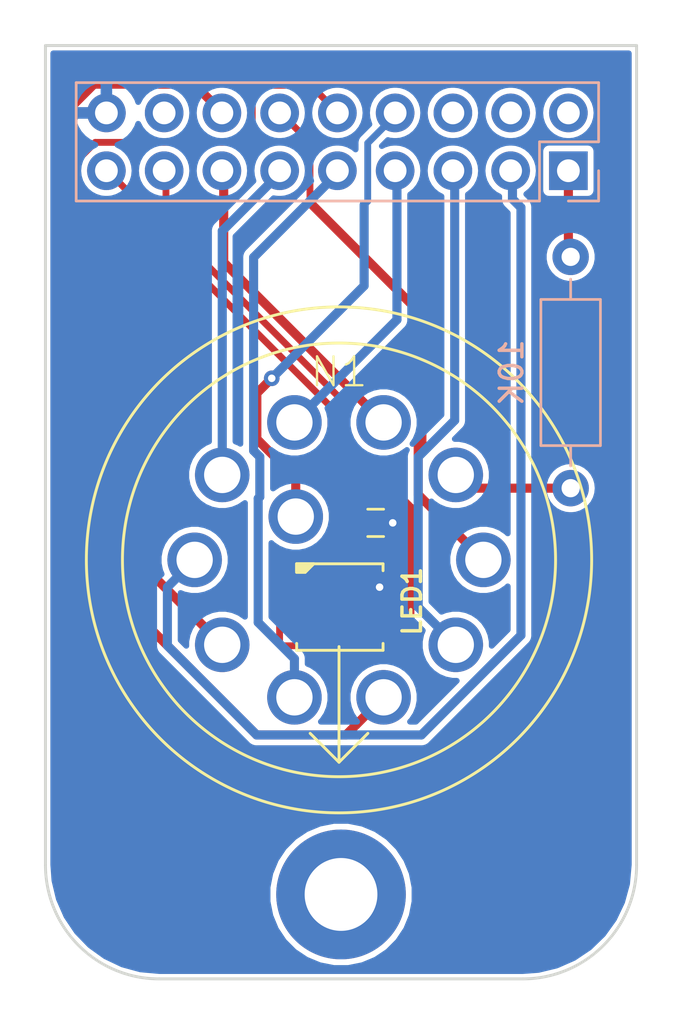
<source format=kicad_pcb>
(kicad_pcb (version 20171130) (host pcbnew "(5.0.0)")

  (general
    (thickness 1.6002)
    (drawings 7)
    (tracks 90)
    (zones 0)
    (modules 7)
    (nets 21)
  )

  (page A4)
  (layers
    (0 F.Cu signal)
    (31 B.Cu signal)
    (34 B.Paste user)
    (35 F.Paste user)
    (36 B.SilkS user)
    (37 F.SilkS user)
    (38 B.Mask user)
    (39 F.Mask user)
    (40 Dwgs.User user)
    (44 Edge.Cuts user)
    (45 Margin user hide)
    (46 B.CrtYd user hide)
    (47 F.CrtYd user hide)
  )

  (setup
    (last_trace_width 0.254)
    (user_trace_width 0.1524)
    (user_trace_width 0.2)
    (user_trace_width 0.25)
    (user_trace_width 0.3)
    (user_trace_width 0.4)
    (user_trace_width 0.5)
    (user_trace_width 0.6)
    (user_trace_width 0.8)
    (trace_clearance 0.254)
    (zone_clearance 0.1524)
    (zone_45_only no)
    (trace_min 0.1524)
    (segment_width 0.127)
    (edge_width 0.127)
    (via_size 0.6858)
    (via_drill 0.3302)
    (via_min_size 0.6858)
    (via_min_drill 0.3302)
    (uvia_size 0.508)
    (uvia_drill 0.127)
    (uvias_allowed no)
    (uvia_min_size 0.508)
    (uvia_min_drill 0.127)
    (pcb_text_width 0.127)
    (pcb_text_size 0.6 0.6)
    (mod_edge_width 0.127)
    (mod_text_size 0.6 0.6)
    (mod_text_width 0.127)
    (pad_size 1.524 1.524)
    (pad_drill 0.762)
    (pad_to_mask_clearance 0.05)
    (pad_to_paste_clearance -0.04)
    (aux_axis_origin 0 0)
    (grid_origin 148.59 105.41)
    (visible_elements 7FFFFF7F)
    (pcbplotparams
      (layerselection 0x3ffff_80000001)
      (usegerberextensions true)
      (usegerberattributes true)
      (usegerberadvancedattributes false)
      (creategerberjobfile false)
      (excludeedgelayer true)
      (linewidth 0.127000)
      (plotframeref false)
      (viasonmask false)
      (mode 1)
      (useauxorigin false)
      (hpglpennumber 1)
      (hpglpenspeed 20)
      (hpglpendiameter 15.000000)
      (psnegative false)
      (psa4output false)
      (plotreference true)
      (plotvalue true)
      (plotinvisibletext false)
      (padsonsilk false)
      (subtractmaskfromsilk false)
      (outputformat 1)
      (mirror false)
      (drillshape 0)
      (scaleselection 1)
      (outputdirectory "CAM/"))
  )

  (net 0 "")
  (net 1 GND)
  (net 2 +5V)
  (net 3 /Anode)
  (net 4 /HV6)
  (net 5 /HV5)
  (net 6 /HV10)
  (net 7 /HV4)
  (net 8 /HV9)
  (net 9 /HV3)
  (net 10 /HV8)
  (net 11 /HV2)
  (net 12 /HV7)
  (net 13 /HV1)
  (net 14 /Din)
  (net 15 "Net-(N1-Pad4)")
  (net 16 "Net-(J1-Pad2)")
  (net 17 "Net-(J1-Pad4)")
  (net 18 "Net-(J1-Pad6)")
  (net 19 "Net-(J1-Pad16)")
  (net 20 "Net-(LED1-Pad1-DOUT)")

  (net_class Default "Imperial - this is the standard class"
    (clearance 0.254)
    (trace_width 0.254)
    (via_dia 0.6858)
    (via_drill 0.3302)
    (uvia_dia 0.508)
    (uvia_drill 0.127)
    (add_net +5V)
    (add_net /Anode)
    (add_net /Din)
    (add_net /HV1)
    (add_net /HV10)
    (add_net /HV2)
    (add_net /HV3)
    (add_net /HV4)
    (add_net /HV5)
    (add_net /HV6)
    (add_net /HV7)
    (add_net /HV8)
    (add_net /HV9)
    (add_net GND)
    (add_net "Net-(J1-Pad16)")
    (add_net "Net-(J1-Pad2)")
    (add_net "Net-(J1-Pad4)")
    (add_net "Net-(J1-Pad6)")
    (add_net "Net-(LED1-Pad1-DOUT)")
    (add_net "Net-(N1-Pad4)")
  )

  (net_class 0.2mm ""
    (clearance 0.2)
    (trace_width 0.2)
    (via_dia 0.6858)
    (via_drill 0.3302)
    (uvia_dia 0.508)
    (uvia_drill 0.127)
  )

  (net_class Minimal ""
    (clearance 0.1524)
    (trace_width 0.1524)
    (via_dia 0.6858)
    (via_drill 0.3302)
    (uvia_dia 0.508)
    (uvia_drill 0.127)
  )

  (module Capacitors_SMD:C_0603 (layer F.Cu) (tedit 59958EE7) (tstamp 5AAD873A)
    (at 150.114 103.378)
    (descr "Capacitor SMD 0603, reflow soldering, AVX (see smccp.pdf)")
    (tags "capacitor 0603")
    (path /5AAD7BB6)
    (attr smd)
    (fp_text reference C1 (at 0 -1.5) (layer F.SilkS) hide
      (effects (font (size 1 1) (thickness 0.15)))
    )
    (fp_text value 0.1uF (at -0.127 -1.524) (layer F.Fab)
      (effects (font (size 1 1) (thickness 0.15)))
    )
    (fp_line (start 1.4 0.65) (end -1.4 0.65) (layer F.CrtYd) (width 0.05))
    (fp_line (start 1.4 0.65) (end 1.4 -0.65) (layer F.CrtYd) (width 0.05))
    (fp_line (start -1.4 -0.65) (end -1.4 0.65) (layer F.CrtYd) (width 0.05))
    (fp_line (start -1.4 -0.65) (end 1.4 -0.65) (layer F.CrtYd) (width 0.05))
    (fp_line (start 0.35 0.6) (end -0.35 0.6) (layer F.SilkS) (width 0.12))
    (fp_line (start -0.35 -0.6) (end 0.35 -0.6) (layer F.SilkS) (width 0.12))
    (fp_line (start -0.8 -0.4) (end 0.8 -0.4) (layer F.Fab) (width 0.1))
    (fp_line (start 0.8 -0.4) (end 0.8 0.4) (layer F.Fab) (width 0.1))
    (fp_line (start 0.8 0.4) (end -0.8 0.4) (layer F.Fab) (width 0.1))
    (fp_line (start -0.8 0.4) (end -0.8 -0.4) (layer F.Fab) (width 0.1))
    (fp_text user %R (at 0 0) (layer F.Fab)
      (effects (font (size 0.3 0.3) (thickness 0.075)))
    )
    (pad 2 smd rect (at 0.75 0) (size 0.8 0.75) (layers F.Cu F.Paste F.Mask)
      (net 1 GND))
    (pad 1 smd rect (at -0.75 0) (size 0.8 0.75) (layers F.Cu F.Paste F.Mask)
      (net 2 +5V))
    (model Capacitors_SMD.3dshapes/C_0603.wrl
      (at (xyz 0 0 0))
      (scale (xyz 1 1 1))
      (rotate (xyz 0 0 0))
    )
  )

  (module Pin_Headers:Pin_Header_Straight_2x09_Pitch2.54mm (layer B.Cu) (tedit 59650532) (tstamp 5BEA4C4A)
    (at 158.59 87.91 90)
    (descr "Through hole straight pin header, 2x09, 2.54mm pitch, double rows")
    (tags "Through hole pin header THT 2x09 2.54mm double row")
    (path /5AAD77F8)
    (fp_text reference J1 (at 1.27 2.33 90) (layer B.SilkS) hide
      (effects (font (size 1 1) (thickness 0.15)) (justify mirror))
    )
    (fp_text value Nixie (at 1.27 -22.65 90) (layer B.Fab)
      (effects (font (size 1 1) (thickness 0.15)) (justify mirror))
    )
    (fp_line (start 0 1.27) (end 3.81 1.27) (layer B.Fab) (width 0.1))
    (fp_line (start 3.81 1.27) (end 3.81 -21.59) (layer B.Fab) (width 0.1))
    (fp_line (start 3.81 -21.59) (end -1.27 -21.59) (layer B.Fab) (width 0.1))
    (fp_line (start -1.27 -21.59) (end -1.27 0) (layer B.Fab) (width 0.1))
    (fp_line (start -1.27 0) (end 0 1.27) (layer B.Fab) (width 0.1))
    (fp_line (start -1.33 -21.65) (end 3.87 -21.65) (layer B.SilkS) (width 0.12))
    (fp_line (start -1.33 -1.27) (end -1.33 -21.65) (layer B.SilkS) (width 0.12))
    (fp_line (start 3.87 1.33) (end 3.87 -21.65) (layer B.SilkS) (width 0.12))
    (fp_line (start -1.33 -1.27) (end 1.27 -1.27) (layer B.SilkS) (width 0.12))
    (fp_line (start 1.27 -1.27) (end 1.27 1.33) (layer B.SilkS) (width 0.12))
    (fp_line (start 1.27 1.33) (end 3.87 1.33) (layer B.SilkS) (width 0.12))
    (fp_line (start -1.33 0) (end -1.33 1.33) (layer B.SilkS) (width 0.12))
    (fp_line (start -1.33 1.33) (end 0 1.33) (layer B.SilkS) (width 0.12))
    (fp_line (start -1.8 1.8) (end -1.8 -22.1) (layer B.CrtYd) (width 0.05))
    (fp_line (start -1.8 -22.1) (end 4.35 -22.1) (layer B.CrtYd) (width 0.05))
    (fp_line (start 4.35 -22.1) (end 4.35 1.8) (layer B.CrtYd) (width 0.05))
    (fp_line (start 4.35 1.8) (end -1.8 1.8) (layer B.CrtYd) (width 0.05))
    (fp_text user %R (at 1.27 -10.16) (layer B.Fab)
      (effects (font (size 1 1) (thickness 0.15)) (justify mirror))
    )
    (pad 1 thru_hole rect (at 0 0 90) (size 1.7 1.7) (drill 1) (layers *.Cu *.Mask)
      (net 3 /Anode))
    (pad 2 thru_hole oval (at 2.54 0 90) (size 1.7 1.7) (drill 1) (layers *.Cu *.Mask)
      (net 16 "Net-(J1-Pad2)"))
    (pad 3 thru_hole oval (at 0 -2.54 90) (size 1.7 1.7) (drill 1) (layers *.Cu *.Mask)
      (net 4 /HV6))
    (pad 4 thru_hole oval (at 2.54 -2.54 90) (size 1.7 1.7) (drill 1) (layers *.Cu *.Mask)
      (net 17 "Net-(J1-Pad4)"))
    (pad 5 thru_hole oval (at 0 -5.08 90) (size 1.7 1.7) (drill 1) (layers *.Cu *.Mask)
      (net 5 /HV5))
    (pad 6 thru_hole oval (at 2.54 -5.08 90) (size 1.7 1.7) (drill 1) (layers *.Cu *.Mask)
      (net 18 "Net-(J1-Pad6)"))
    (pad 7 thru_hole oval (at 0 -7.62 90) (size 1.7 1.7) (drill 1) (layers *.Cu *.Mask)
      (net 7 /HV4))
    (pad 8 thru_hole oval (at 2.54 -7.62 90) (size 1.7 1.7) (drill 1) (layers *.Cu *.Mask)
      (net 6 /HV10))
    (pad 9 thru_hole oval (at 0 -10.16 90) (size 1.7 1.7) (drill 1) (layers *.Cu *.Mask)
      (net 9 /HV3))
    (pad 10 thru_hole oval (at 2.54 -10.16 90) (size 1.7 1.7) (drill 1) (layers *.Cu *.Mask)
      (net 8 /HV9))
    (pad 11 thru_hole oval (at 0 -12.7 90) (size 1.7 1.7) (drill 1) (layers *.Cu *.Mask)
      (net 11 /HV2))
    (pad 12 thru_hole oval (at 2.54 -12.7 90) (size 1.7 1.7) (drill 1) (layers *.Cu *.Mask)
      (net 10 /HV8))
    (pad 13 thru_hole oval (at 0 -15.24 90) (size 1.7 1.7) (drill 1) (layers *.Cu *.Mask)
      (net 13 /HV1))
    (pad 14 thru_hole oval (at 2.54 -15.24 90) (size 1.7 1.7) (drill 1) (layers *.Cu *.Mask)
      (net 12 /HV7))
    (pad 15 thru_hole oval (at 0 -17.78 90) (size 1.7 1.7) (drill 1) (layers *.Cu *.Mask)
      (net 14 /Din))
    (pad 16 thru_hole oval (at 2.54 -17.78 90) (size 1.7 1.7) (drill 1) (layers *.Cu *.Mask)
      (net 19 "Net-(J1-Pad16)"))
    (pad 17 thru_hole oval (at 0 -20.32 90) (size 1.7 1.7) (drill 1) (layers *.Cu *.Mask)
      (net 2 +5V))
    (pad 18 thru_hole oval (at 2.54 -20.32 90) (size 1.7 1.7) (drill 1) (layers *.Cu *.Mask)
      (net 1 GND))
    (model ${KISYS3DMOD}/Pin_Headers.3dshapes/Pin_Header_Straight_2x09_Pitch2.54mm.wrl
      (at (xyz 0 0 0))
      (scale (xyz 1 1 1))
      (rotate (xyz 0 0 0))
    )
  )

  (module adafruit:adafruit-LED3535 (layer F.Cu) (tedit 200000) (tstamp 5AAFE1AD)
    (at 148.53856 107.07624)
    (path /5C0D93DF)
    (attr smd)
    (fp_text reference LED1 (at 3.175 -0.254 90) (layer F.SilkS)
      (effects (font (size 0.8128 0.8128) (thickness 0.1524)))
    )
    (fp_text value WS2812BSK6812MINI (at 0.127 2.54) (layer F.SilkS) hide
      (effects (font (size 0.4064 0.4064) (thickness 0.0508)))
    )
    (fp_circle (center 0 0) (end 0 -1.39954) (layer Dwgs.User) (width 0.127))
    (fp_poly (pts (xy -1.905 -1.905) (xy -1.905 -1.524) (xy -1.524 -1.524) (xy -1.143 -1.905)
      (xy -1.905 -1.905)) (layer F.SilkS) (width 0.127))
    (fp_line (start 1.89992 1.89992) (end 1.89992 1.59766) (layer F.SilkS) (width 0.127))
    (fp_line (start -1.89992 1.89992) (end 1.89992 1.89992) (layer F.SilkS) (width 0.127))
    (fp_line (start -1.89992 1.59766) (end -1.89992 1.89992) (layer F.SilkS) (width 0.127))
    (fp_line (start 1.89992 -1.89992) (end 1.89992 -1.59766) (layer F.SilkS) (width 0.127))
    (fp_line (start -1.89992 -1.89992) (end 1.89992 -1.89992) (layer F.SilkS) (width 0.127))
    (fp_line (start -1.89992 -1.59766) (end -1.89992 -1.89992) (layer F.SilkS) (width 0.127))
    (fp_line (start -1.74752 1.74752) (end -1.74752 -1.74752) (layer Dwgs.User) (width 0.127))
    (fp_line (start 1.74752 1.74752) (end -1.74752 1.74752) (layer Dwgs.User) (width 0.127))
    (fp_line (start 1.74752 -1.74752) (end 1.74752 1.74752) (layer Dwgs.User) (width 0.127))
    (fp_line (start -1.74752 -1.74752) (end 1.74752 -1.74752) (layer Dwgs.User) (width 0.127))
    (pad 4-VDD smd rect (at -1.74752 0.87376 90) (size 0.84836 0.99822) (layers F.Cu F.Paste F.Mask)
      (net 2 +5V))
    (pad 3-DIN smd rect (at -1.74752 -0.87376 90) (size 0.84836 0.99822) (layers F.Cu F.Paste F.Mask)
      (net 14 /Din))
    (pad 2-GND smd rect (at 1.74752 -0.87376 90) (size 0.84836 0.99822) (layers F.Cu F.Paste F.Mask)
      (net 1 GND))
    (pad 1-DOUT smd rect (at 1.74752 0.87376 90) (size 0.84836 0.99822) (layers F.Cu F.Paste F.Mask)
      (net 20 "Net-(LED1-Pad1-DOUT)"))
  )

  (module logos:mermaid_l (layer B.Cu) (tedit 0) (tstamp 5AAFE2F1)
    (at 159.09 113.91 180)
    (fp_text reference G*** (at 0 0 180) (layer B.SilkS) hide
      (effects (font (size 1.524 1.524) (thickness 0.3)) (justify mirror))
    )
    (fp_text value LOGO (at 0.75 0 180) (layer B.SilkS) hide
      (effects (font (size 1.524 1.524) (thickness 0.3)) (justify mirror))
    )
    (fp_poly (pts (xy 0.016811 3.773536) (xy 0.035492 3.771585) (xy 0.039687 3.770741) (xy 0.079417 3.757244)
      (xy 0.111324 3.737775) (xy 0.124832 3.725513) (xy 0.142677 3.704599) (xy 0.153161 3.684612)
      (xy 0.15793 3.661447) (xy 0.15875 3.64097) (xy 0.158058 3.61993) (xy 0.155124 3.604749)
      (xy 0.148654 3.590748) (xy 0.141938 3.580059) (xy 0.122141 3.557766) (xy 0.098998 3.544256)
      (xy 0.074141 3.539962) (xy 0.049199 3.545313) (xy 0.036501 3.55221) (xy 0.025568 3.560763)
      (xy 0.019906 3.570026) (xy 0.017449 3.584153) (xy 0.016932 3.59157) (xy 0.016648 3.608477)
      (xy 0.018904 3.618133) (xy 0.024587 3.623743) (xy 0.026084 3.624592) (xy 0.039465 3.627784)
      (xy 0.050441 3.626922) (xy 0.059967 3.622881) (xy 0.061919 3.615123) (xy 0.060823 3.608777)
      (xy 0.060289 3.596153) (xy 0.064906 3.590901) (xy 0.073078 3.592235) (xy 0.083211 3.599369)
      (xy 0.093713 3.61152) (xy 0.102989 3.6279) (xy 0.103896 3.629997) (xy 0.108418 3.643365)
      (xy 0.108287 3.6547) (xy 0.103467 3.669685) (xy 0.087643 3.698859) (xy 0.064252 3.721926)
      (xy 0.050164 3.731216) (xy 0.036916 3.737802) (xy 0.022748 3.741623) (xy 0.004134 3.743365)
      (xy -0.014288 3.743716) (xy -0.040147 3.742911) (xy -0.057394 3.740394) (xy -0.064294 3.73724)
      (xy -0.073648 3.731439) (xy -0.077728 3.730626) (xy -0.088165 3.726605) (xy -0.102163 3.716065)
      (xy -0.117406 3.701291) (xy -0.131579 3.684564) (xy -0.142367 3.668169) (xy -0.143717 3.665542)
      (xy -0.151883 3.648712) (xy -0.159332 3.633251) (xy -0.163088 3.620111) (xy -0.165384 3.598867)
      (xy -0.16631 3.568514) (xy -0.166318 3.553876) (xy -0.166026 3.5265) (xy -0.165145 3.506715)
      (xy -0.163111 3.491529) (xy -0.159359 3.477949) (xy -0.153324 3.462983) (xy -0.14625 3.447521)
      (xy -0.121753 3.405235) (xy -0.0903 3.36927) (xy -0.051325 3.33924) (xy -0.004264 3.314759)
      (xy 0.051447 3.295441) (xy 0.089958 3.28602) (xy 0.119366 3.282227) (xy 0.156195 3.281263)
      (xy 0.197719 3.282946) (xy 0.241212 3.28709) (xy 0.283951 3.293513) (xy 0.321687 3.301638)
      (xy 0.342155 3.307861) (xy 0.360849 3.315263) (xy 0.376278 3.322945) (xy 0.386953 3.330006)
      (xy 0.391385 3.335547) (xy 0.388082 3.338667) (xy 0.383597 3.339042) (xy 0.373649 3.342219)
      (xy 0.357833 3.350734) (xy 0.338335 3.36306) (xy 0.317344 3.377673) (xy 0.297047 3.393046)
      (xy 0.279632 3.407655) (xy 0.267286 3.419973) (xy 0.26692 3.420407) (xy 0.246827 3.446164)
      (xy 0.232225 3.469838) (xy 0.221889 3.494463) (xy 0.214597 3.523071) (xy 0.209127 3.558694)
      (xy 0.208269 3.565849) (xy 0.208225 3.599519) (xy 0.214696 3.635439) (xy 0.226608 3.670269)
      (xy 0.242885 3.700666) (xy 0.257355 3.718587) (xy 0.284712 3.739246) (xy 0.316451 3.752322)
      (xy 0.350326 3.757709) (xy 0.384089 3.755304) (xy 0.415495 3.745003) (xy 0.441854 3.727116)
      (xy 0.456743 3.708989) (xy 0.464158 3.687733) (xy 0.465666 3.667574) (xy 0.46447 3.649678)
      (xy 0.459418 3.636679) (xy 0.44831 3.623019) (xy 0.447843 3.622523) (xy 0.432662 3.60928)
      (xy 0.418526 3.60395) (xy 0.413448 3.603625) (xy 0.394908 3.608269) (xy 0.381565 3.620647)
      (xy 0.375782 3.638431) (xy 0.375708 3.640833) (xy 0.378805 3.655072) (xy 0.386689 3.660815)
      (xy 0.397247 3.657238) (xy 0.40302 3.65151) (xy 0.411119 3.643576) (xy 0.417703 3.64383)
      (xy 0.420717 3.645984) (xy 0.426691 3.656909) (xy 0.428309 3.673525) (xy 0.425542 3.691863)
      (xy 0.421138 3.703294) (xy 0.410709 3.716673) (xy 0.399156 3.725521) (xy 0.381042 3.731036)
      (xy 0.358057 3.732598) (xy 0.335132 3.730244) (xy 0.318905 3.724949) (xy 0.298369 3.711409)
      (xy 0.278961 3.693672) (xy 0.264484 3.675356) (xy 0.26187 3.670693) (xy 0.258107 3.658302)
      (xy 0.255508 3.640465) (xy 0.254155 3.620218) (xy 0.254128 3.6006) (xy 0.25551 3.584648)
      (xy 0.258381 3.5754) (xy 0.259291 3.574521) (xy 0.263387 3.567227) (xy 0.264583 3.558334)
      (xy 0.266434 3.54854) (xy 0.269875 3.545417) (xy 0.274956 3.541344) (xy 0.275166 3.539772)
      (xy 0.278369 3.532005) (xy 0.286651 3.519125) (xy 0.298022 3.503894) (xy 0.310492 3.489074)
      (xy 0.315691 3.483521) (xy 0.332808 3.469181) (xy 0.356966 3.453086) (xy 0.385192 3.436898)
      (xy 0.41451 3.422278) (xy 0.441945 3.410886) (xy 0.451563 3.407656) (xy 0.513508 3.39253)
      (xy 0.572008 3.386659) (xy 0.6285 3.390216) (xy 0.684423 3.403376) (xy 0.741216 3.42631)
      (xy 0.78052 3.447259) (xy 0.817352 3.46804) (xy 0.848125 3.483558) (xy 0.875501 3.494552)
      (xy 0.902139 3.501759) (xy 0.9307 3.505917) (xy 0.963843 3.507764) (xy 0.999762 3.50806)
      (xy 1.029829 3.507596) (xy 1.058475 3.506543) (xy 1.08289 3.505047) (xy 1.100268 3.50325)
      (xy 1.103312 3.502746) (xy 1.124251 3.498943) (xy 1.148566 3.494739) (xy 1.16152 3.492588)
      (xy 1.183437 3.488718) (xy 1.205109 3.484407) (xy 1.21576 3.482026) (xy 1.242534 3.475574)
      (xy 1.261268 3.470981) (xy 1.27422 3.467665) (xy 1.283649 3.465044) (xy 1.29181 3.462534)
      (xy 1.293812 3.46189) (xy 1.330054 3.447173) (xy 1.362613 3.428217) (xy 1.390124 3.406284)
      (xy 1.411222 3.382636) (xy 1.42454 3.358536) (xy 1.428749 3.337087) (xy 1.430965 3.31796)
      (xy 1.436932 3.293293) (xy 1.445634 3.266996) (xy 1.4496 3.257021) (xy 1.460028 3.223921)
      (xy 1.465344 3.188889) (xy 1.465701 3.173183) (xy 1.465206 3.152449) (xy 1.465622 3.140318)
      (xy 1.467505 3.134815) (xy 1.471411 3.133966) (xy 1.476375 3.135313) (xy 1.485246 3.136563)
      (xy 1.485546 3.132317) (xy 1.477379 3.123141) (xy 1.473497 3.119686) (xy 1.464568 3.110292)
      (xy 1.463129 3.101507) (xy 1.465406 3.093994) (xy 1.472998 3.082438) (xy 1.485846 3.06985)
      (xy 1.491895 3.065257) (xy 1.507592 3.051442) (xy 1.513053 3.038041) (xy 1.508312 3.023896)
      (xy 1.493572 3.007997) (xy 1.481954 2.996879) (xy 1.477871 2.989625) (xy 1.480148 2.984092)
      (xy 1.480343 2.983889) (xy 1.48489 2.973373) (xy 1.486712 2.956585) (xy 1.485771 2.93749)
      (xy 1.482027 2.920051) (xy 1.481007 2.917281) (xy 1.468042 2.883178) (xy 1.459777 2.85676)
      (xy 1.455764 2.836468) (xy 1.455208 2.827306) (xy 1.451635 2.812089) (xy 1.440656 2.801224)
      (xy 1.433744 2.797314) (xy 1.425278 2.794661) (xy 1.41333 2.793085) (xy 1.395971 2.79241)
      (xy 1.371273 2.792457) (xy 1.349375 2.792809) (xy 1.31873 2.793255) (xy 1.296659 2.793112)
      (xy 1.281157 2.792186) (xy 1.270221 2.790279) (xy 1.261849 2.787196) (xy 1.255447 2.783626)
      (xy 1.244268 2.774775) (xy 1.238474 2.766405) (xy 1.23825 2.764974) (xy 1.235863 2.757876)
      (xy 1.233805 2.756959) (xy 1.229201 2.752098) (xy 1.223916 2.739092) (xy 1.218503 2.720308)
      (xy 1.213515 2.698112) (xy 1.209506 2.674871) (xy 1.207028 2.652951) (xy 1.2065 2.640132)
      (xy 1.207874 2.614203) (xy 1.211589 2.582523) (xy 1.217032 2.549504) (xy 1.222776 2.522803)
      (xy 1.235661 2.473043) (xy 1.247332 2.433315) (xy 1.257929 2.403156) (xy 1.259293 2.399771)
      (xy 1.264013 2.387513) (xy 1.269636 2.371955) (xy 1.270086 2.370667) (xy 1.278721 2.347809)
      (xy 1.289907 2.322021) (xy 1.304888 2.290463) (xy 1.308378 2.283355) (xy 1.317963 2.259043)
      (xy 1.323702 2.234224) (xy 1.325348 2.211548) (xy 1.322652 2.19366) (xy 1.317561 2.184909)
      (xy 1.307186 2.176016) (xy 1.292853 2.165074) (xy 1.277255 2.153968) (xy 1.263087 2.144581)
      (xy 1.253044 2.138797) (xy 1.250232 2.137834) (xy 1.242386 2.13401) (xy 1.231208 2.124466)
      (xy 1.219519 2.11209) (xy 1.21014 2.099773) (xy 1.206613 2.093154) (xy 1.204218 2.073293)
      (xy 1.210459 2.048342) (xy 1.211685 2.04523) (xy 1.220793 2.023791) (xy 1.23213 1.998543)
      (xy 1.244765 1.971403) (xy 1.257766 1.944284) (xy 1.270202 1.9191) (xy 1.281142 1.897767)
      (xy 1.289653 1.882198) (xy 1.294804 1.874308) (xy 1.294911 1.874195) (xy 1.300737 1.866426)
      (xy 1.30175 1.863411) (xy 1.305702 1.855954) (xy 1.316422 1.843726) (xy 1.332206 1.828296)
      (xy 1.351351 1.811235) (xy 1.372151 1.794113) (xy 1.392903 1.778501) (xy 1.397 1.775628)
      (xy 1.412481 1.764474) (xy 1.432822 1.749179) (xy 1.456251 1.731147) (xy 1.480994 1.711783)
      (xy 1.505277 1.692489) (xy 1.527327 1.674669) (xy 1.54537 1.659728) (xy 1.557633 1.649068)
      (xy 1.561041 1.645785) (xy 1.566531 1.641261) (xy 1.577559 1.632846) (xy 1.584854 1.62743)
      (xy 1.599074 1.616479) (xy 1.610642 1.606732) (xy 1.613958 1.603563) (xy 1.621166 1.597319)
      (xy 1.63503 1.586326) (xy 1.653625 1.57203) (xy 1.675029 1.555881) (xy 1.697317 1.539326)
      (xy 1.718566 1.523814) (xy 1.736854 1.510793) (xy 1.740958 1.507944) (xy 1.75542 1.497422)
      (xy 1.767734 1.487559) (xy 1.769672 1.48584) (xy 1.781335 1.477351) (xy 1.789516 1.473434)
      (xy 1.797549 1.469117) (xy 1.799166 1.466423) (xy 1.803588 1.462135) (xy 1.814535 1.456503)
      (xy 1.817687 1.455209) (xy 1.829662 1.449593) (xy 1.835937 1.444862) (xy 1.836208 1.4441)
      (xy 1.840779 1.440501) (xy 1.852852 1.434525) (xy 1.869967 1.42737) (xy 1.872824 1.426267)
      (xy 1.88894 1.420424) (xy 1.902804 1.416562) (xy 1.917198 1.414357) (xy 1.934907 1.413483)
      (xy 1.958714 1.413615) (xy 1.977334 1.414048) (xy 2.011477 1.415666) (xy 2.050591 1.418652)
      (xy 2.089221 1.422539) (xy 2.114726 1.425785) (xy 2.14488 1.42989) (xy 2.16751 1.432256)
      (xy 2.18552 1.432964) (xy 2.201812 1.432095) (xy 2.219288 1.429731) (xy 2.224528 1.428856)
      (xy 2.245404 1.424861) (xy 2.257747 1.421152) (xy 2.263552 1.416902) (xy 2.264833 1.412127)
      (xy 2.263508 1.406717) (xy 2.257986 1.403732) (xy 2.245944 1.402491) (xy 2.231409 1.402292)
      (xy 2.207764 1.401303) (xy 2.182238 1.398663) (xy 2.158033 1.394866) (xy 2.138355 1.390404)
      (xy 2.12725 1.386276) (xy 2.123304 1.383434) (xy 2.123829 1.381057) (xy 2.130164 1.378752)
      (xy 2.143652 1.376125) (xy 2.165634 1.37278) (xy 2.180166 1.370725) (xy 2.208747 1.366286)
      (xy 2.230983 1.361492) (xy 2.251087 1.355226) (xy 2.27327 1.34637) (xy 2.275416 1.345449)
      (xy 2.291879 1.337058) (xy 2.307873 1.326809) (xy 2.32072 1.316668) (xy 2.327745 1.308602)
      (xy 2.328333 1.306591) (xy 2.323743 1.304335) (xy 2.312281 1.304011) (xy 2.297402 1.305252)
      (xy 2.282566 1.307694) (xy 2.271229 1.31097) (xy 2.267743 1.312991) (xy 2.258675 1.31683)
      (xy 2.251604 1.317626) (xy 2.239817 1.320172) (xy 2.234786 1.323331) (xy 2.225761 1.326846)
      (xy 2.213884 1.326984) (xy 2.204136 1.325219) (xy 2.204029 1.323129) (xy 2.20927 1.320799)
      (xy 2.23606 1.310129) (xy 2.25511 1.301894) (xy 2.268643 1.294964) (xy 2.278885 1.288209)
      (xy 2.287322 1.281169) (xy 2.296853 1.2715) (xy 2.301715 1.264499) (xy 2.301875 1.263719)
      (xy 2.297454 1.259587) (xy 2.285098 1.260225) (xy 2.266162 1.265338) (xy 2.242005 1.274631)
      (xy 2.232778 1.27872) (xy 2.210862 1.287938) (xy 2.195226 1.292907) (xy 2.186673 1.293593)
      (xy 2.186011 1.289959) (xy 2.194044 1.28197) (xy 2.19612 1.28034) (xy 2.207237 1.273141)
      (xy 2.215319 1.270118) (xy 2.221801 1.265714) (xy 2.226876 1.256324) (xy 2.227791 1.251047)
      (xy 2.223516 1.248302) (xy 2.212505 1.249392) (xy 2.197482 1.253408) (xy 2.181171 1.259436)
      (xy 2.166296 1.266566) (xy 2.15558 1.273887) (xy 2.153708 1.275833) (xy 2.146702 1.280288)
      (xy 2.132687 1.286789) (xy 2.114695 1.294037) (xy 2.095756 1.300732) (xy 2.095124 1.300937)
      (xy 2.07869 1.304461) (xy 2.057774 1.306667) (xy 2.046312 1.307042) (xy 2.028903 1.306558)
      (xy 2.018807 1.304253) (xy 2.012768 1.298853) (xy 2.009183 1.29249) (xy 2.005287 1.278785)
      (xy 2.008579 1.265874) (xy 2.019902 1.252443) (xy 2.040101 1.237179) (xy 2.048014 1.232048)
      (xy 2.069352 1.218173) (xy 2.083328 1.207722) (xy 2.091758 1.198848) (xy 2.096459 1.189706)
      (xy 2.098878 1.180349) (xy 2.099775 1.168122) (xy 2.095521 1.163627) (xy 2.094838 1.16354)
      (xy 2.077123 1.165005) (xy 2.064663 1.173081) (xy 2.054291 1.180457) (xy 2.036679 1.190046)
      (xy 2.014573 1.20055) (xy 1.990717 1.210671) (xy 1.967857 1.219114) (xy 1.965854 1.219776)
      (xy 1.928101 1.233609) (xy 1.898307 1.248381) (xy 1.87387 1.26573) (xy 1.852189 1.287294)
      (xy 1.844908 1.29597) (xy 1.82922 1.314316) (xy 1.813605 1.330793) (xy 1.80082 1.342542)
      (xy 1.797992 1.344686) (xy 1.786309 1.353213) (xy 1.778836 1.359346) (xy 1.778 1.360236)
      (xy 1.771224 1.365606) (xy 1.75693 1.374794) (xy 1.736985 1.386729) (xy 1.713259 1.400343)
      (xy 1.687619 1.414565) (xy 1.661936 1.428326) (xy 1.638076 1.440557) (xy 1.635125 1.442019)
      (xy 1.587553 1.46584) (xy 1.546283 1.487396) (xy 1.507857 1.50852) (xy 1.481666 1.52353)
      (xy 1.464862 1.532936) (xy 1.450648 1.540248) (xy 1.443302 1.543429) (xy 1.435482 1.548118)
      (xy 1.434041 1.551076) (xy 1.429946 1.555562) (xy 1.42835 1.55575) (xy 1.421455 1.558368)
      (xy 1.407463 1.565519) (xy 1.388265 1.576151) (xy 1.365753 1.589212) (xy 1.341819 1.60365)
      (xy 1.338081 1.605957) (xy 1.328838 1.611626) (xy 1.314356 1.620452) (xy 1.303686 1.626934)
      (xy 1.289183 1.635949) (xy 1.278713 1.64286) (xy 1.275291 1.645485) (xy 1.269816 1.650117)
      (xy 1.258818 1.65865) (xy 1.251479 1.66417) (xy 1.234056 1.677274) (xy 1.220686 1.687881)
      (xy 1.208649 1.698391) (xy 1.195222 1.711206) (xy 1.177684 1.728725) (xy 1.173427 1.733021)
      (xy 1.154691 1.753203) (xy 1.136473 1.774958) (xy 1.121826 1.794574) (xy 1.117957 1.80049)
      (xy 1.107458 1.815879) (xy 1.098096 1.826821) (xy 1.091977 1.830917) (xy 1.085418 1.828569)
      (xy 1.084785 1.826948) (xy 1.081627 1.820717) (xy 1.073818 1.810294) (xy 1.071556 1.807605)
      (xy 1.063024 1.796859) (xy 1.058535 1.789598) (xy 1.058333 1.788759) (xy 1.055116 1.78268)
      (xy 1.048847 1.77503) (xy 1.038358 1.760344) (xy 1.026121 1.737991) (xy 1.013216 1.710506)
      (xy 1.00072 1.680421) (xy 0.989714 1.650268) (xy 0.981275 1.622581) (xy 0.977986 1.608667)
      (xy 0.968972 1.562362) (xy 0.962328 1.523365) (xy 0.95779 1.488735) (xy 0.955093 1.45553)
      (xy 0.953972 1.420809) (xy 0.954162 1.38163) (xy 0.954874 1.352021) (xy 0.955956 1.318336)
      (xy 0.957154 1.287144) (xy 0.958377 1.260422) (xy 0.959534 1.240144) (xy 0.960534 1.228284)
      (xy 0.960617 1.227667) (xy 0.961429 1.217554) (xy 0.962358 1.198447) (xy 0.96335 1.171939)
      (xy 0.964353 1.139617) (xy 0.96531 1.103071) (xy 0.96617 1.063891) (xy 0.966176 1.063625)
      (xy 0.966988 1.016579) (xy 0.967314 0.977779) (xy 0.967075 0.9449) (xy 0.96619 0.915612)
      (xy 0.964579 0.887587) (xy 0.962164 0.858498) (xy 0.958863 0.826017) (xy 0.95765 0.814917)
      (xy 0.951084 0.75682) (xy 0.945176 0.707679) (xy 0.939682 0.665903) (xy 0.934356 0.629902)
      (xy 0.928956 0.598088) (xy 0.923235 0.56887) (xy 0.916949 0.54066) (xy 0.912885 0.523875)
      (xy 0.906794 0.498662) (xy 0.901413 0.475129) (xy 0.897462 0.456489) (xy 0.895973 0.44834)
      (xy 0.892856 0.434708) (xy 0.889085 0.426281) (xy 0.888285 0.425538) (xy 0.884592 0.418555)
      (xy 0.883669 0.411115) (xy 0.882028 0.401383) (xy 0.877635 0.38436) (xy 0.871226 0.362746)
      (xy 0.866028 0.346605) (xy 0.857767 0.321534) (xy 0.84996 0.297435) (xy 0.843739 0.277819)
      (xy 0.841302 0.269875) (xy 0.836378 0.25453) (xy 0.832191 0.243342) (xy 0.830942 0.240771)
      (xy 0.827336 0.232696) (xy 0.822295 0.21902) (xy 0.820702 0.214313) (xy 0.81395 0.195276)
      (xy 0.806669 0.176625) (xy 0.80583 0.174625) (xy 0.798972 0.158321) (xy 0.792944 0.14374)
      (xy 0.792593 0.142875) (xy 0.786649 0.129107) (xy 0.782549 0.120458) (xy 0.778574 0.110063)
      (xy 0.777875 0.105842) (xy 0.775639 0.099184) (xy 0.769428 0.084596) (xy 0.759982 0.063622)
      (xy 0.748042 0.037806) (xy 0.734349 0.008691) (xy 0.719644 -0.022178) (xy 0.704668 -0.053257)
      (xy 0.690162 -0.083002) (xy 0.676867 -0.10987) (xy 0.665523 -0.132316) (xy 0.656873 -0.148797)
      (xy 0.651656 -0.157769) (xy 0.650888 -0.15875) (xy 0.64704 -0.164585) (xy 0.640139 -0.176579)
      (xy 0.635415 -0.185208) (xy 0.622667 -0.207639) (xy 0.605809 -0.235506) (xy 0.586295 -0.266573)
      (xy 0.565581 -0.298607) (xy 0.545121 -0.329373) (xy 0.52637 -0.356639) (xy 0.510784 -0.378168)
      (xy 0.504464 -0.386291) (xy 0.49882 -0.393433) (xy 0.48822 -0.406992) (xy 0.474188 -0.425014)
      (xy 0.458423 -0.445321) (xy 0.386268 -0.531586) (xy 0.305323 -0.615902) (xy 0.217382 -0.696433)
      (xy 0.193138 -0.716902) (xy 0.177764 -0.729736) (xy 0.165728 -0.739925) (xy 0.159212 -0.745619)
      (xy 0.15875 -0.74607) (xy 0.15364 -0.750212) (xy 0.141905 -0.75919) (xy 0.125441 -0.771566)
      (xy 0.111125 -0.782215) (xy 0.091503 -0.796811) (xy 0.074346 -0.809688) (xy 0.061903 -0.819151)
      (xy 0.057234 -0.822811) (xy 0.046348 -0.830914) (xy 0.033422 -0.839659) (xy 0.019429 -0.849492)
      (xy 0.008262 -0.85853) (xy -0.00115 -0.865562) (xy -0.006772 -0.867833) (xy -0.013177 -0.871028)
      (xy -0.024494 -0.879231) (xy -0.033185 -0.886354) (xy -0.046046 -0.896711) (xy -0.055853 -0.903433)
      (xy -0.059243 -0.904875) (xy -0.065136 -0.907527) (xy -0.076973 -0.9143) (xy -0.09191 -0.923419)
      (xy -0.107104 -0.933106) (xy -0.119711 -0.941585) (xy -0.126887 -0.947081) (xy -0.127 -0.947193)
      (xy -0.133129 -0.951521) (xy -0.142875 -0.957378) (xy -0.152011 -0.962765) (xy -0.168175 -0.972485)
      (xy -0.189376 -0.985333) (xy -0.213623 -1.000104) (xy -0.223801 -1.006326) (xy -0.247553 -1.020777)
      (xy -0.267952 -1.033032) (xy -0.283378 -1.04213) (xy -0.292207 -1.047106) (xy -0.293632 -1.04775)
      (xy -0.298902 -1.050229) (xy -0.310818 -1.056768) (xy -0.326931 -1.066017) (xy -0.328991 -1.067222)
      (xy -0.356603 -1.083148) (xy -0.386048 -1.099703) (xy -0.414493 -1.115327) (xy -0.439106 -1.128464)
      (xy -0.455084 -1.136599) (xy -0.467632 -1.14309) (xy -0.475484 -1.147821) (xy -0.47625 -1.148468)
      (xy -0.481786 -1.151903) (xy -0.494692 -1.158989) (xy -0.512891 -1.168607) (xy -0.529167 -1.177013)
      (xy -0.578322 -1.202179) (xy -0.622845 -1.225001) (xy -0.661951 -1.245075) (xy -0.694854 -1.261998)
      (xy -0.720769 -1.275365) (xy -0.73891 -1.284772) (xy -0.748492 -1.289816) (xy -0.748968 -1.290075)
      (xy -0.758048 -1.294813) (xy -0.773987 -1.302904) (xy -0.794153 -1.313017) (xy -0.80698 -1.3194)
      (xy -0.881231 -1.35675) (xy -0.94652 -1.390707) (xy -1.003734 -1.421745) (xy -1.05376 -1.450342)
      (xy -1.076855 -1.464177) (xy -1.090458 -1.471801) (xy -1.098021 -1.475597) (xy -1.105412 -1.479911)
      (xy -1.119579 -1.488876) (xy -1.138874 -1.501392) (xy -1.161647 -1.516359) (xy -1.18625 -1.532677)
      (xy -1.211035 -1.549246) (xy -1.234352 -1.564966) (xy -1.254552 -1.578737) (xy -1.269988 -1.58946)
      (xy -1.279009 -1.596033) (xy -1.280584 -1.5974) (xy -1.28583 -1.602217) (xy -1.296881 -1.611472)
      (xy -1.309688 -1.621833) (xy -1.369914 -1.675393) (xy -1.421218 -1.732685) (xy -1.463288 -1.79318)
      (xy -1.495811 -1.856346) (xy -1.518476 -1.921651) (xy -1.530971 -1.988566) (xy -1.532115 -2.00072)
      (xy -1.533533 -2.021291) (xy -1.533389 -2.03401) (xy -1.531178 -2.041555) (xy -1.526396 -2.046606)
      (xy -1.523028 -2.048937) (xy -1.508982 -2.055507) (xy -1.492365 -2.060056) (xy -1.492229 -2.060079)
      (xy -1.452691 -2.067475) (xy -1.418964 -2.075738) (xy -1.394355 -2.083271) (xy -1.372487 -2.090356)
      (xy -1.346337 -2.098616) (xy -1.322917 -2.10585) (xy -1.302468 -2.112199) (xy -1.284909 -2.117877)
      (xy -1.273608 -2.12179) (xy -1.272646 -2.122164) (xy -1.262724 -2.125949) (xy -1.246121 -2.132103)
      (xy -1.226116 -2.139411) (xy -1.222375 -2.140766) (xy -1.203039 -2.148094) (xy -1.187481 -2.154598)
      (xy -1.178496 -2.159093) (xy -1.177661 -2.159711) (xy -1.168071 -2.163984) (xy -1.164987 -2.164291)
      (xy -1.156849 -2.166561) (xy -1.141251 -2.172762) (xy -1.120145 -2.181983) (xy -1.095482 -2.193313)
      (xy -1.069213 -2.20584) (xy -1.043289 -2.218653) (xy -1.019661 -2.230841) (xy -1.002771 -2.240067)
      (xy -0.979183 -2.253619) (xy -0.954406 -2.268128) (xy -0.930964 -2.28209) (xy -0.911386 -2.293997)
      (xy -0.898196 -2.302344) (xy -0.897227 -2.302991) (xy -0.84537 -2.340492) (xy -0.792658 -2.383257)
      (xy -0.741528 -2.42907) (xy -0.694416 -2.475712) (xy -0.653759 -2.520968) (xy -0.642579 -2.534708)
      (xy -0.628634 -2.552018) (xy -0.616971 -2.565902) (xy -0.609232 -2.574434) (xy -0.607219 -2.576159)
      (xy -0.603295 -2.582213) (xy -0.60325 -2.582995) (xy -0.599953 -2.59017) (xy -0.592419 -2.599694)
      (xy -0.584795 -2.609595) (xy -0.573492 -2.626331) (xy -0.559985 -2.647494) (xy -0.545751 -2.670677)
      (xy -0.532266 -2.693472) (xy -0.521004 -2.713471) (xy -0.513442 -2.728265) (xy -0.512956 -2.729342)
      (xy -0.506925 -2.740667) (xy -0.501953 -2.746251) (xy -0.501417 -2.746375) (xy -0.497764 -2.750622)
      (xy -0.497417 -2.753524) (xy -0.495063 -2.76201) (xy -0.489037 -2.775934) (xy -0.484188 -2.785554)
      (xy -0.476676 -2.800966) (xy -0.471883 -2.81327) (xy -0.470959 -2.817651) (xy -0.468504 -2.82541)
      (xy -0.46699 -2.826631) (xy -0.463351 -2.832354) (xy -0.457475 -2.846051) (xy -0.450118 -2.865545)
      (xy -0.442034 -2.888659) (xy -0.433976 -2.913215) (xy -0.4267 -2.937036) (xy -0.420958 -2.957944)
      (xy -0.419645 -2.963333) (xy -0.414816 -2.982772) (xy -0.410227 -2.999259) (xy -0.40721 -3.008312)
      (xy -0.403349 -3.020934) (xy -0.400065 -3.036847) (xy -0.399977 -3.037416) (xy -0.397973 -3.049953)
      (xy -0.394675 -3.070065) (xy -0.390554 -3.094892) (xy -0.386442 -3.119437) (xy -0.382507 -3.145522)
      (xy -0.379552 -3.172135) (xy -0.377442 -3.20146) (xy -0.376041 -3.23568) (xy -0.375217 -3.276977)
      (xy -0.374941 -3.306237) (xy -0.374907 -3.341428) (xy -0.375253 -3.373114) (xy -0.375932 -3.399753)
      (xy -0.376895 -3.4198) (xy -0.378095 -3.431711) (xy -0.378888 -3.43429) (xy -0.385103 -3.433466)
      (xy -0.398593 -3.427213) (xy -0.41801 -3.416235) (xy -0.441209 -3.401752) (xy -0.483878 -3.374892)
      (xy -0.526415 -3.34985) (xy -0.571041 -3.325433) (xy -0.619976 -3.30045) (xy -0.67544 -3.27371)
      (xy -0.709084 -3.258031) (xy -0.744498 -3.241758) (xy -0.773275 -3.228687) (xy -0.794644 -3.21916)
      (xy -0.807839 -3.213522) (xy -0.812017 -3.212041) (xy -0.817473 -3.210007) (xy -0.830202 -3.204577)
      (xy -0.847855 -3.196764) (xy -0.855541 -3.193302) (xy -0.87586 -3.184131) (xy -0.893504 -3.176218)
      (xy -0.905456 -3.170914) (xy -0.907521 -3.170016) (xy -0.918356 -3.165316) (xy -0.934412 -3.158299)
      (xy -0.944563 -3.153846) (xy -0.976212 -3.140021) (xy -0.999364 -3.130101) (xy -1.015151 -3.123604)
      (xy -1.018646 -3.12224) (xy -1.034695 -3.115354) (xy -1.057193 -3.104752) (xy -1.083338 -3.091857)
      (xy -1.110325 -3.078089) (xy -1.135352 -3.064868) (xy -1.155614 -3.053616) (xy -1.164167 -3.048495)
      (xy -1.18064 -3.036718) (xy -1.199817 -3.020816) (xy -1.220061 -3.002427) (xy -1.239737 -2.983188)
      (xy -1.257209 -2.964736) (xy -1.27084 -2.948708) (xy -1.278994 -2.936743) (xy -1.280584 -2.931984)
      (xy -1.284494 -2.925639) (xy -1.284991 -2.925409) (xy -1.290019 -2.9202) (xy -1.298403 -2.9087)
      (xy -1.308276 -2.893826) (xy -1.317775 -2.878494) (xy -1.325035 -2.865619) (xy -1.32819 -2.858117)
      (xy -1.328209 -2.857838) (xy -1.332 -2.851529) (xy -1.332427 -2.851326) (xy -1.337013 -2.84591)
      (xy -1.344025 -2.834059) (xy -1.348297 -2.82575) (xy -1.354863 -2.813311) (xy -1.359169 -2.807024)
      (xy -1.360124 -2.807229) (xy -1.360267 -2.814002) (xy -1.360556 -2.829563) (xy -1.360961 -2.852114)
      (xy -1.361448 -2.879861) (xy -1.36193 -2.90777) (xy -1.363484 -2.959059) (xy -1.366614 -3.002125)
      (xy -1.371909 -3.039285) (xy -1.379955 -3.072855) (xy -1.391341 -3.105149) (xy -1.406655 -3.138482)
      (xy -1.426484 -3.175172) (xy -1.432473 -3.185583) (xy -1.441516 -3.200851) (xy -1.454792 -3.222887)
      (xy -1.470945 -3.249473) (xy -1.488616 -3.278392) (xy -1.506447 -3.307427) (xy -1.523079 -3.334361)
      (xy -1.537156 -3.356975) (xy -1.546782 -3.372217) (xy -1.556574 -3.387882) (xy -1.563588 -3.399817)
      (xy -1.566333 -3.405482) (xy -1.566334 -3.405513) (xy -1.569332 -3.411428) (xy -1.571875 -3.414671)
      (xy -1.578955 -3.424037) (xy -1.58836 -3.437955) (xy -1.598309 -3.453578) (xy -1.607021 -3.468061)
      (xy -1.612717 -3.478559) (xy -1.613959 -3.481937) (xy -1.617841 -3.488012) (xy -1.618012 -3.48809)
      (xy -1.62267 -3.49336) (xy -1.6306 -3.505128) (xy -1.640113 -3.520543) (xy -1.649522 -3.536754)
      (xy -1.657137 -3.550911) (xy -1.661271 -3.560162) (xy -1.661584 -3.56167) (xy -1.66483 -3.566534)
      (xy -1.665553 -3.566624) (xy -1.670608 -3.570852) (xy -1.67527 -3.57853) (xy -1.6797 -3.587499)
      (xy -1.687831 -3.603801) (xy -1.698602 -3.625313) (xy -1.710953 -3.649918) (xy -1.714283 -3.656541)
      (xy -1.728714 -3.685357) (xy -1.739369 -3.707018) (xy -1.747301 -3.723791) (xy -1.753561 -3.73794)
      (xy -1.759201 -3.751728) (xy -1.762834 -3.761052) (xy -1.768776 -3.776191) (xy -1.77226 -3.784864)
      (xy -1.776532 -3.796565) (xy -1.782292 -3.813799) (xy -1.786124 -3.825875) (xy -1.794107 -3.850123)
      (xy -1.800605 -3.864974) (xy -1.806629 -3.871317) (xy -1.813196 -3.870039) (xy -1.821317 -3.862026)
      (xy -1.823851 -3.858896) (xy -1.834996 -3.845041) (xy -1.845018 -3.832935) (xy -1.860304 -3.814747)
      (xy -1.871524 -3.80089) (xy -1.881557 -3.787711) (xy -1.892096 -3.773209) (xy -1.901907 -3.758672)
      (xy -1.908513 -3.747198) (xy -1.910292 -3.74234) (xy -1.913744 -3.735549) (xy -1.9147 -3.735034)
      (xy -1.920879 -3.728832) (xy -1.93058 -3.714612) (xy -1.942942 -3.693993) (xy -1.957108 -3.668592)
      (xy -1.972218 -3.640026) (xy -1.987415 -3.609913) (xy -2.001841 -3.579871) (xy -2.014636 -3.551517)
      (xy -2.02375 -3.529541) (xy -2.030337 -3.513335) (xy -2.036097 -3.500143) (xy -2.037835 -3.49654)
      (xy -2.041998 -3.483106) (xy -2.042584 -3.477009) (xy -2.044998 -3.466849) (xy -2.047875 -3.463395)
      (xy -2.052009 -3.456083) (xy -2.053167 -3.44752) (xy -2.054935 -3.436601) (xy -2.057874 -3.432007)
      (xy -2.06186 -3.425217) (xy -2.065111 -3.412716) (xy -2.06525 -3.411851) (xy -2.068334 -3.396797)
      (xy -2.073297 -3.37719) (xy -2.076624 -3.3655) (xy -2.081421 -3.348705) (xy -2.085851 -3.331208)
      (xy -2.090465 -3.310549) (xy -2.095814 -3.284268) (xy -2.102103 -3.251729) (xy -2.104118 -3.235184)
      (xy -2.105738 -3.210034) (xy -2.106964 -3.178127) (xy -2.107796 -3.141317) (xy -2.108236 -3.101454)
      (xy -2.108284 -3.060389) (xy -2.107942 -3.019973) (xy -2.10721 -2.982059) (xy -2.10609 -2.948496)
      (xy -2.104582 -2.921137) (xy -2.102689 -2.901833) (xy -2.101907 -2.897187) (xy -2.097408 -2.875018)
      (xy -2.092897 -2.852736) (xy -2.090653 -2.841625) (xy -2.086154 -2.822216) (xy -2.080107 -2.799624)
      (xy -2.076886 -2.788708) (xy -2.071304 -2.769055) (xy -2.066835 -2.750617) (xy -2.06525 -2.742357)
      (xy -2.062104 -2.729658) (xy -2.058113 -2.722367) (xy -2.057874 -2.722201) (xy -2.054205 -2.715199)
      (xy -2.053167 -2.706687) (xy -2.05117 -2.695606) (xy -2.047875 -2.690812) (xy -2.043441 -2.683353)
      (xy -2.042584 -2.677199) (xy -2.040167 -2.663351) (xy -2.037938 -2.657667) (xy -2.028974 -2.638529)
      (xy -2.021574 -2.620201) (xy -2.016995 -2.605971) (xy -2.016125 -2.600674) (xy -2.013211 -2.593748)
      (xy -2.010834 -2.592916) (xy -2.005838 -2.588784) (xy -2.005542 -2.586757) (xy -2.003029 -2.576598)
      (xy -1.996034 -2.558966) (xy -1.985376 -2.535552) (xy -1.971874 -2.508043) (xy -1.956348 -2.478128)
      (xy -1.939615 -2.447495) (xy -1.928989 -2.428875) (xy -1.917739 -2.409493) (xy -1.907325 -2.391511)
      (xy -1.899972 -2.378766) (xy -1.899878 -2.378604) (xy -1.893802 -2.368895) (xy -1.883596 -2.35347)
      (xy -1.870613 -2.334284) (xy -1.856206 -2.313291) (xy -1.841728 -2.292446) (xy -1.828532 -2.273702)
      (xy -1.817969 -2.259015) (xy -1.811394 -2.250337) (xy -1.810149 -2.248958) (xy -1.805415 -2.243477)
      (xy -1.79682 -2.232467) (xy -1.79131 -2.225145) (xy -1.770344 -2.198459) (xy -1.747083 -2.172196)
      (xy -1.730055 -2.154423) (xy -1.712724 -2.135815) (xy -1.701877 -2.120706) (xy -1.696021 -2.105635)
      (xy -1.693663 -2.087143) (xy -1.693294 -2.069187) (xy -1.691985 -2.037889) (xy -1.688457 -2.002483)
      (xy -1.683224 -1.966327) (xy -1.6768 -1.932777) (xy -1.669697 -1.905193) (xy -1.666961 -1.897062)
      (xy -1.662846 -1.885204) (xy -1.657579 -1.869155) (xy -1.656354 -1.865312) (xy -1.651279 -1.851164)
      (xy -1.643761 -1.832422) (xy -1.634898 -1.811569) (xy -1.62579 -1.791087) (xy -1.617537 -1.773458)
      (xy -1.611237 -1.761167) (xy -1.608328 -1.756833) (xy -1.603622 -1.750578) (xy -1.598123 -1.740958)
      (xy -1.589342 -1.72555) (xy -1.577322 -1.706415) (xy -1.564213 -1.686774) (xy -1.552167 -1.669852)
      (xy -1.543395 -1.658937) (xy -1.533701 -1.647808) (xy -1.522115 -1.633534) (xy -1.519492 -1.630166)
      (xy -1.508995 -1.617837) (xy -1.49282 -1.600341) (xy -1.47301 -1.579751) (xy -1.451607 -1.558137)
      (xy -1.430655 -1.537571) (xy -1.412197 -1.520124) (xy -1.401731 -1.51077) (xy -1.357403 -1.473157)
      (xy -1.318621 -1.441319) (xy -1.283358 -1.413642) (xy -1.249585 -1.38851) (xy -1.235605 -1.378502)
      (xy -1.217641 -1.365669) (xy -1.202341 -1.354536) (xy -1.192293 -1.346995) (xy -1.190625 -1.345662)
      (xy -1.183402 -1.340435) (xy -1.169185 -1.33075) (xy -1.149876 -1.317883) (xy -1.127377 -1.303113)
      (xy -1.121834 -1.299504) (xy -1.099035 -1.284586) (xy -1.079146 -1.271389) (xy -1.06401 -1.261148)
      (xy -1.05547 -1.255099) (xy -1.054588 -1.254392) (xy -1.047619 -1.249468) (xy -1.045761 -1.248833)
      (xy -1.040676 -1.246146) (xy -1.028295 -1.238745) (xy -1.010238 -1.227621) (xy -0.988122 -1.213767)
      (xy -0.976637 -1.2065) (xy -0.952911 -1.191648) (xy -0.932191 -1.179074) (xy -0.916177 -1.169778)
      (xy -0.90657 -1.164761) (xy -0.904767 -1.164166) (xy -0.899734 -1.160136) (xy -0.899584 -1.158875)
      (xy -0.895597 -1.153736) (xy -0.894346 -1.153583) (xy -0.887735 -1.150891) (xy -0.874734 -1.143728)
      (xy -0.857782 -1.133462) (xy -0.851959 -1.12977) (xy -0.834261 -1.118806) (xy -0.819739 -1.110508)
      (xy -0.810832 -1.106246) (xy -0.809571 -1.105958) (xy -0.804486 -1.101929) (xy -0.804334 -1.100666)
      (xy -0.800255 -1.095592) (xy -0.798646 -1.095375) (xy -0.791821 -1.09266) (xy -0.778679 -1.085443)
      (xy -0.761693 -1.075108) (xy -0.756148 -1.071562) (xy -0.738568 -1.060567) (xy -0.724176 -1.05226)
      (xy -0.715403 -1.048021) (xy -0.71421 -1.04775) (xy -0.709232 -1.043718) (xy -0.709084 -1.042458)
      (xy -0.704956 -1.037455) (xy -0.702969 -1.037166) (xy -0.695181 -1.034173) (xy -0.683284 -1.026712)
      (xy -0.679509 -1.023937) (xy -0.668048 -1.015672) (xy -0.660434 -1.011056) (xy -0.659331 -1.010708)
      (xy -0.653835 -1.007882) (xy -0.641094 -1.000045) (xy -0.6226 -0.988159) (xy -0.599846 -0.973185)
      (xy -0.574324 -0.956086) (xy -0.569023 -0.9525) (xy -0.557684 -0.944904) (xy -0.542121 -0.934585)
      (xy -0.53398 -0.929219) (xy -0.520479 -0.919753) (xy -0.511223 -0.912158) (xy -0.508882 -0.909375)
      (xy -0.502806 -0.905063) (xy -0.500945 -0.904868) (xy -0.493268 -0.901638) (xy -0.481934 -0.89363)
      (xy -0.478896 -0.891087) (xy -0.464832 -0.879737) (xy -0.447329 -0.866715) (xy -0.439209 -0.861015)
      (xy -0.425484 -0.851373) (xy -0.415678 -0.844018) (xy -0.41275 -0.841444) (xy -0.407253 -0.836619)
      (xy -0.396216 -0.827997) (xy -0.388973 -0.822574) (xy -0.341604 -0.784681) (xy -0.290518 -0.738376)
      (xy -0.236734 -0.68471) (xy -0.18127 -0.624736) (xy -0.125146 -0.559505) (xy -0.079249 -0.502708)
      (xy -0.062944 -0.482084) (xy -0.048225 -0.463696) (xy -0.036765 -0.449621) (xy -0.030459 -0.442179)
      (xy -0.023368 -0.431882) (xy -0.021167 -0.424981) (xy -0.018643 -0.418596) (xy -0.017024 -0.418041)
      (xy -0.012737 -0.413871) (xy -0.003884 -0.402445) (xy 0.008345 -0.385385) (xy 0.02276 -0.364315)
      (xy 0.026632 -0.35851) (xy 0.041431 -0.336511) (xy 0.054315 -0.317912) (xy 0.064091 -0.304396)
      (xy 0.069565 -0.297645) (xy 0.070114 -0.297215) (xy 0.074035 -0.291159) (xy 0.074083 -0.290346)
      (xy 0.076736 -0.283466) (xy 0.083632 -0.270748) (xy 0.091547 -0.257714) (xy 0.102346 -0.239365)
      (xy 0.115584 -0.21485) (xy 0.130278 -0.186213) (xy 0.145448 -0.155497) (xy 0.16011 -0.124745)
      (xy 0.173285 -0.096002) (xy 0.18399 -0.07131) (xy 0.191243 -0.052712) (xy 0.193484 -0.045513)
      (xy 0.197682 -0.034152) (xy 0.201669 -0.028741) (xy 0.205337 -0.021741) (xy 0.206375 -0.013229)
      (xy 0.208372 -0.002148) (xy 0.211666 0.002646) (xy 0.2158 0.009959) (xy 0.216958 0.018521)
      (xy 0.218707 0.029427) (xy 0.221618 0.034006) (xy 0.226345 0.040984) (xy 0.228918 0.04887)
      (xy 0.231739 0.060368) (xy 0.236316 0.077762) (xy 0.240367 0.092605) (xy 0.247231 0.117947)
      (xy 0.252872 0.140561) (xy 0.257696 0.162643) (xy 0.262109 0.186386) (xy 0.26652 0.213986)
      (xy 0.271334 0.247637) (xy 0.276959 0.289534) (xy 0.277158 0.291042) (xy 0.279143 0.307953)
      (xy 0.280721 0.326151) (xy 0.281912 0.346792) (xy 0.282732 0.371028) (xy 0.283201 0.400014)
      (xy 0.283335 0.434902) (xy 0.283155 0.476848) (xy 0.282677 0.527004) (xy 0.281919 0.586524)
      (xy 0.281871 0.590021) (xy 0.280817 0.668263) (xy 0.279976 0.736714) (xy 0.279351 0.796164)
      (xy 0.27895 0.847403) (xy 0.278775 0.891222) (xy 0.278833 0.928411) (xy 0.27913 0.95976)
      (xy 0.279669 0.98606) (xy 0.280456 1.008101) (xy 0.281497 1.026673) (xy 0.282796 1.042566)
      (xy 0.284358 1.05657) (xy 0.284942 1.06098) (xy 0.297069 1.131924) (xy 0.313618 1.197918)
      (xy 0.335296 1.260302) (xy 0.362808 1.320418) (xy 0.396861 1.379608) (xy 0.438161 1.439214)
      (xy 0.487415 1.500576) (xy 0.54533 1.565038) (xy 0.556622 1.576962) (xy 0.571889 1.593799)
      (xy 0.588801 1.613773) (xy 0.605779 1.634854) (xy 0.621245 1.655014) (xy 0.633622 1.672222)
      (xy 0.64133 1.68445) (xy 0.642883 1.687872) (xy 0.647632 1.696514) (xy 0.651231 1.698625)
      (xy 0.655904 1.702758) (xy 0.656166 1.704713) (xy 0.658273 1.712465) (xy 0.663743 1.726431)
      (xy 0.66995 1.740431) (xy 0.679445 1.760986) (xy 0.686351 1.776958) (xy 0.691404 1.790974)
      (xy 0.695338 1.805658) (xy 0.698888 1.823636) (xy 0.702789 1.847531) (xy 0.706279 1.870204)
      (xy 0.708109 1.886353) (xy 0.709859 1.90944) (xy 0.711482 1.937742) (xy 0.712929 1.969535)
      (xy 0.714153 2.003095) (xy 0.715105 2.036697) (xy 0.715739 2.068617) (xy 0.716006 2.097132)
      (xy 0.715859 2.120517) (xy 0.715249 2.137049) (xy 0.714129 2.145003) (xy 0.713908 2.145356)
      (xy 0.708768 2.143798) (xy 0.698741 2.136854) (xy 0.692988 2.132102) (xy 0.677752 2.11919)
      (xy 0.662807 2.106979) (xy 0.659722 2.104542) (xy 0.644712 2.09195) (xy 0.6254 2.074498)
      (xy 0.603554 2.053924) (xy 0.58094 2.031963) (xy 0.559323 2.010354) (xy 0.540471 1.990833)
      (xy 0.526149 1.975137) (xy 0.518687 1.965855) (xy 0.508099 1.948803) (xy 0.494021 1.923387)
      (xy 0.476268 1.889251) (xy 0.454654 1.846039) (xy 0.434343 1.804459) (xy 0.423109 1.781725)
      (xy 0.411978 1.759961) (xy 0.402815 1.742792) (xy 0.400288 1.738313) (xy 0.389828 1.720095)
      (xy 0.378311 1.699797) (xy 0.374676 1.693334) (xy 0.363842 1.674062) (xy 0.352669 1.654273)
      (xy 0.349314 1.648355) (xy 0.335039 1.622699) (xy 0.319232 1.593434) (xy 0.302642 1.562044)
      (xy 0.286023 1.530012) (xy 0.270125 1.498822) (xy 0.255699 1.469959) (xy 0.243498 1.444906)
      (xy 0.234271 1.425146) (xy 0.228772 1.412164) (xy 0.227541 1.407866) (xy 0.225306 1.398602)
      (xy 0.222867 1.39296) (xy 0.201376 1.339348) (xy 0.189951 1.283412) (xy 0.188752 1.226398)
      (xy 0.195385 1.18029) (xy 0.2022 1.13901) (xy 0.205842 1.093859) (xy 0.206289 1.048238)
      (xy 0.20352 1.005548) (xy 0.197512 0.969191) (xy 0.196747 0.966088) (xy 0.191333 0.947758)
      (xy 0.1859 0.933965) (xy 0.18156 0.9275) (xy 0.181303 0.927386) (xy 0.174123 0.929904)
      (xy 0.167478 0.940698) (xy 0.162213 0.95747) (xy 0.159172 0.977916) (xy 0.15875 0.988847)
      (xy 0.158142 1.012452) (xy 0.155993 1.026807) (xy 0.15181 1.033193) (xy 0.145103 1.032891)
      (xy 0.142346 1.031592) (xy 0.13419 1.023995) (xy 0.132291 1.01846) (xy 0.129374 1.011538)
      (xy 0.127 1.010709) (xy 0.122551 1.006327) (xy 0.121708 1.001184) (xy 0.11948 0.990273)
      (xy 0.117382 0.986632) (xy 0.112498 0.976164) (xy 0.107634 0.957246) (xy 0.103184 0.932003)
      (xy 0.099545 0.90256) (xy 0.097725 0.881063) (xy 0.094276 0.84497) (xy 0.089259 0.817372)
      (xy 0.082218 0.796243) (xy 0.075916 0.784335) (xy 0.069791 0.776199) (xy 0.064558 0.776551)
      (xy 0.059576 0.781043) (xy 0.056289 0.785767) (xy 0.053877 0.793433) (xy 0.052189 0.805604)
      (xy 0.051074 0.823841) (xy 0.050381 0.849707) (xy 0.049999 0.880416) (xy 0.049378 0.917606)
      (xy 0.048183 0.94444) (xy 0.046281 0.961137) (xy 0.043537 0.967916) (xy 0.039815 0.964995)
      (xy 0.034983 0.952594) (xy 0.028906 0.930931) (xy 0.026024 0.919428) (xy 0.016984 0.882642)
      (xy 0.008774 0.849581) (xy 0.003732 0.829449) (xy -0.003201 0.808135) (xy -0.012473 0.787288)
      (xy -0.017906 0.777856) (xy -0.02995 0.762264) (xy -0.038759 0.75671) (xy -0.0443 0.761144)
      (xy -0.046541 0.775516) (xy -0.04545 0.799778) (xy -0.043483 0.816822) (xy -0.039961 0.841105)
      (xy -0.03601 0.86496) (xy -0.032428 0.883593) (xy -0.032111 0.885032) (xy -0.027421 0.906055)
      (xy -0.022699 0.92747) (xy -0.021566 0.932657) (xy -0.017028 0.95257) (xy -0.012228 0.972306)
      (xy -0.011534 0.975018) (xy -0.009217 0.988299) (xy -0.009851 0.996595) (xy -0.010556 0.997462)
      (xy -0.016599 0.995495) (xy -0.024534 0.984036) (xy -0.033891 0.963908) (xy -0.042156 0.941917)
      (xy -0.056126 0.903277) (xy -0.068019 0.873951) (xy -0.078359 0.852994) (xy -0.087666 0.839461)
      (xy -0.096462 0.832407) (xy -0.103494 0.830792) (xy -0.108124 0.831954) (xy -0.110356 0.836915)
      (xy -0.110511 0.847891) (xy -0.108915 0.867098) (xy -0.108871 0.867551) (xy -0.105151 0.893384)
      (xy -0.099316 0.921804) (xy -0.094452 0.940311) (xy -0.086855 0.966131) (xy -0.08221 0.983451)
      (xy -0.080209 0.993842) (xy -0.080543 0.998871) (xy -0.082727 1.000114) (xy -0.088018 0.99607)
      (xy -0.096691 0.985697) (xy -0.103188 0.976614) (xy -0.11491 0.961645) (xy -0.126449 0.950751)
      (xy -0.136032 0.94513) (xy -0.141887 0.945979) (xy -0.142875 0.949783) (xy -0.139353 0.968152)
      (xy -0.128938 0.993874) (xy -0.111859 1.026474) (xy -0.088345 1.065476) (xy -0.08424 1.071906)
      (xy -0.069449 1.095093) (xy -0.056948 1.115018) (xy -0.047748 1.130045) (xy -0.042859 1.138536)
      (xy -0.042334 1.139773) (xy -0.0394 1.147465) (xy -0.03167 1.161142) (xy -0.020754 1.178366)
      (xy -0.008261 1.196698) (xy 0.004198 1.213698) (xy 0.015015 1.226928) (xy 0.015614 1.227589)
      (xy 0.035502 1.253311) (xy 0.054074 1.285839) (xy 0.071917 1.326373) (xy 0.089618 1.376111)
      (xy 0.092085 1.383771) (xy 0.100204 1.408837) (xy 0.10757 1.430801) (xy 0.113399 1.447369)
      (xy 0.116902 1.456249) (xy 0.117007 1.45646) (xy 0.121128 1.469896) (xy 0.121708 1.475991)
      (xy 0.124122 1.486151) (xy 0.127 1.489605) (xy 0.131544 1.497115) (xy 0.132291 1.502488)
      (xy 0.134356 1.512297) (xy 0.139708 1.527887) (xy 0.14552 1.542014) (xy 0.152613 1.559701)
      (xy 0.157415 1.574829) (xy 0.15875 1.582432) (xy 0.161222 1.596285) (xy 0.163585 1.602124)
      (xy 0.167234 1.611105) (xy 0.172891 1.627325) (xy 0.179794 1.648337) (xy 0.187182 1.671693)
      (xy 0.194295 1.694943) (xy 0.200372 1.715641) (xy 0.20465 1.731336) (xy 0.206369 1.739581)
      (xy 0.206375 1.739772) (xy 0.208666 1.749898) (xy 0.2111 1.755583) (xy 0.214697 1.764533)
      (xy 0.220366 1.7808) (xy 0.227143 1.801565) (xy 0.230537 1.812396) (xy 0.237292 1.833731)
      (xy 0.243181 1.85136) (xy 0.247336 1.862728) (xy 0.24852 1.865313) (xy 0.25211 1.873405)
      (xy 0.257059 1.887109) (xy 0.258594 1.891771) (xy 0.263343 1.904355) (xy 0.270883 1.92204)
      (xy 0.279987 1.942204) (xy 0.289428 1.962225) (xy 0.297979 1.979482) (xy 0.304412 1.991353)
      (xy 0.306897 1.994959) (xy 0.310978 2.001097) (xy 0.317183 2.012331) (xy 0.317506 2.012955)
      (xy 0.323637 2.021587) (xy 0.33586 2.036253) (xy 0.352841 2.055444) (xy 0.373248 2.077653)
      (xy 0.394685 2.100267) (xy 0.41819 2.124816) (xy 0.440664 2.148513) (xy 0.460467 2.169612)
      (xy 0.475962 2.186371) (xy 0.484645 2.196042) (xy 0.49614 2.209198) (xy 0.504726 2.21891)
      (xy 0.508 2.2225) (xy 0.512442 2.227744) (xy 0.521402 2.238789) (xy 0.531633 2.251605)
      (xy 0.542991 2.265738) (xy 0.551765 2.276315) (xy 0.555725 2.280709) (xy 0.560441 2.286207)
      (xy 0.56898 2.29725) (xy 0.574395 2.304521) (xy 0.583932 2.317297) (xy 0.590836 2.326194)
      (xy 0.592666 2.328334) (xy 0.597157 2.333811) (xy 0.605579 2.344813) (xy 0.611057 2.352146)
      (xy 0.622421 2.366983) (xy 0.63284 2.379784) (xy 0.636162 2.383571) (xy 0.643333 2.393831)
      (xy 0.645583 2.400769) (xy 0.648791 2.407145) (xy 0.650875 2.407709) (xy 0.656013 2.411696)
      (xy 0.656166 2.412946) (xy 0.658858 2.419558) (xy 0.666021 2.432558) (xy 0.676287 2.449511)
      (xy 0.679979 2.455334) (xy 0.690893 2.47268) (xy 0.699175 2.486449) (xy 0.703475 2.494375)
      (xy 0.703791 2.49533) (xy 0.706432 2.500918) (xy 0.713332 2.512731) (xy 0.722312 2.527128)
      (xy 0.731857 2.542734) (xy 0.738544 2.554972) (xy 0.740833 2.560829) (xy 0.744408 2.567142)
      (xy 0.744802 2.567341) (xy 0.74945 2.572365) (xy 0.757951 2.583929) (xy 0.76853 2.599607)
      (xy 0.769341 2.600855) (xy 0.807776 2.651169) (xy 0.852402 2.693422) (xy 0.902482 2.727083)
      (xy 0.957283 2.751622) (xy 0.992187 2.76176) (xy 1.013863 2.769138) (xy 1.027357 2.780083)
      (xy 1.03494 2.796505) (xy 1.035341 2.798038) (xy 1.03497 2.80973) (xy 1.030006 2.820484)
      (xy 1.022677 2.825688) (xy 1.021966 2.825726) (xy 1.016441 2.822402) (xy 1.006339 2.814036)
      (xy 1.001148 2.809303) (xy 0.98701 2.79811) (xy 0.967808 2.785465) (xy 0.950697 2.775728)
      (xy 0.92798 2.765749) (xy 0.903115 2.758812) (xy 0.874791 2.754888) (xy 0.841693 2.753947)
      (xy 0.802506 2.755959) (xy 0.755918 2.760894) (xy 0.700615 2.768722) (xy 0.693208 2.769873)
      (xy 0.670358 2.773324) (xy 0.65073 2.77605) (xy 0.637181 2.777666) (xy 0.63345 2.777939)
      (xy 0.622962 2.773948) (xy 0.608007 2.762638) (xy 0.590041 2.745461) (xy 0.570519 2.723867)
      (xy 0.550898 2.69931) (xy 0.5412 2.685938) (xy 0.519504 2.657301) (xy 0.493323 2.626424)
      (xy 0.464964 2.595752) (xy 0.436734 2.567728) (xy 0.410941 2.544796) (xy 0.39952 2.535887)
      (xy 0.385189 2.525215) (xy 0.374566 2.516949) (xy 0.370416 2.513335) (xy 0.364986 2.509129)
      (xy 0.353303 2.501144) (xy 0.337864 2.490983) (xy 0.321162 2.480249) (xy 0.30569 2.470543)
      (xy 0.293944 2.463469) (xy 0.288417 2.460629) (xy 0.28837 2.460626) (xy 0.282848 2.45847)
      (xy 0.270266 2.452746) (xy 0.253055 2.444568) (xy 0.247973 2.442105) (xy 0.229175 2.433369)
      (xy 0.213535 2.426853) (xy 0.203866 2.423709) (xy 0.202782 2.423584) (xy 0.192124 2.421301)
      (xy 0.186459 2.418942) (xy 0.163344 2.409979) (xy 0.132313 2.401853) (xy 0.096026 2.395018)
      (xy 0.057143 2.389927) (xy 0.018324 2.387034) (xy -0.003454 2.386542) (xy -0.073572 2.391088)
      (xy -0.142492 2.404307) (xy -0.187855 2.418305) (xy -0.198629 2.422762) (xy -0.214736 2.430047)
      (xy -0.233621 2.438927) (xy -0.252728 2.448168) (xy -0.269503 2.456538) (xy -0.28139 2.462802)
      (xy -0.28575 2.465559) (xy -0.291283 2.470393) (xy -0.302043 2.478904) (xy -0.306917 2.482625)
      (xy -0.330269 2.50225) (xy -0.352603 2.52455) (xy -0.372437 2.547663) (xy -0.388294 2.569723)
      (xy -0.398692 2.58887) (xy -0.402167 2.602545) (xy -0.405566 2.614272) (xy -0.408537 2.618337)
      (xy -0.411879 2.627139) (xy -0.414026 2.644006) (xy -0.415025 2.666493) (xy -0.414921 2.692156)
      (xy -0.41376 2.718548) (xy -0.411588 2.743224) (xy -0.40845 2.76374) (xy -0.405616 2.774568)
      (xy -0.390253 2.8113) (xy -0.371754 2.839866) (xy -0.34826 2.862033) (xy -0.317912 2.879568)
      (xy -0.280083 2.893848) (xy -0.245844 2.899602) (xy -0.210401 2.896633) (xy -0.17664 2.885644)
      (xy -0.147445 2.86734) (xy -0.138907 2.859405) (xy -0.126597 2.846042) (xy -0.119866 2.835504)
      (xy -0.117034 2.823537) (xy -0.116421 2.805888) (xy -0.116417 2.80245) (xy -0.11874 2.772884)
      (xy -0.126253 2.750985) (xy -0.139769 2.734783) (xy -0.146441 2.729847) (xy -0.165609 2.721345)
      (xy -0.185633 2.721733) (xy -0.204521 2.728585) (xy -0.216165 2.735104) (xy -0.221021 2.742519)
      (xy -0.221456 2.755147) (xy -0.221196 2.759012) (xy -0.219521 2.772852) (xy -0.215622 2.779096)
      (xy -0.207102 2.780732) (xy -0.20373 2.780771) (xy -0.191757 2.778894) (xy -0.186727 2.771817)
      (xy -0.186164 2.768865) (xy -0.183384 2.759564) (xy -0.180607 2.756959) (xy -0.171721 2.761874)
      (xy -0.166036 2.775824) (xy -0.164042 2.797528) (xy -0.164926 2.815335) (xy -0.168875 2.827543)
      (xy -0.177832 2.839077) (xy -0.182216 2.843571) (xy -0.202565 2.858474) (xy -0.227446 2.866159)
      (xy -0.258554 2.867046) (xy -0.272137 2.865715) (xy -0.30219 2.856857) (xy -0.328323 2.838241)
      (xy -0.350634 2.809794) (xy -0.35248 2.806711) (xy -0.359344 2.793686) (xy -0.363473 2.781202)
      (xy -0.365519 2.765895) (xy -0.366132 2.744399) (xy -0.366134 2.736208) (xy -0.365573 2.711344)
      (xy -0.363568 2.693108) (xy -0.359354 2.677567) (xy -0.352167 2.660785) (xy -0.351003 2.658367)
      (xy -0.341541 2.642419) (xy -0.328065 2.624135) (xy -0.312405 2.60551) (xy -0.296391 2.588541)
      (xy -0.281854 2.575223) (xy -0.270622 2.567553) (xy -0.26674 2.566459) (xy -0.259348 2.563619)
      (xy -0.25841 2.562241) (xy -0.252425 2.557271) (xy -0.239186 2.550091) (xy -0.221444 2.541943)
      (xy -0.201948 2.534075) (xy -0.183448 2.52773) (xy -0.179917 2.526699) (xy -0.125501 2.514562)
      (xy -0.075864 2.510293) (xy -0.030784 2.513422) (xy -0.009052 2.516955) (xy 0.009618 2.520529)
      (xy 0.021961 2.523505) (xy 0.023812 2.524133) (xy 0.053558 2.536102) (xy 0.075868 2.546036)
      (xy 0.093265 2.555485) (xy 0.108273 2.565996) (xy 0.123414 2.579119) (xy 0.140625 2.595817)
      (xy 0.153938 2.611365) (xy 0.168676 2.632242) (xy 0.183499 2.656066) (xy 0.197066 2.680456)
      (xy 0.208035 2.70303) (xy 0.215068 2.721407) (xy 0.216958 2.731433) (xy 0.212699 2.741706)
      (xy 0.200887 2.756331) (xy 0.182964 2.77409) (xy 0.160374 2.793765) (xy 0.134562 2.814138)
      (xy 0.106972 2.83399) (xy 0.079048 2.852103) (xy 0.062514 2.86175) (xy 0.047901 2.869616)
      (xy 0.028383 2.879807) (xy 0.007669 2.890421) (xy -0.010532 2.899555) (xy -0.021167 2.904692)
      (xy -0.032136 2.908841) (xy -0.050509 2.914874) (xy -0.073466 2.921948) (xy -0.098186 2.929222)
      (xy -0.121846 2.935854) (xy -0.141626 2.941002) (xy -0.147556 2.942398) (xy -0.16811 2.94545)
      (xy -0.196426 2.947528) (xy -0.229725 2.948631) (xy -0.265232 2.948759) (xy -0.300168 2.947912)
      (xy -0.331758 2.94609) (xy -0.357223 2.943293) (xy -0.36248 2.942409) (xy -0.423986 2.926853)
      (xy -0.485273 2.903569) (xy -0.544037 2.873783) (xy -0.597975 2.838722) (xy -0.644783 2.799611)
      (xy -0.660408 2.783742) (xy -0.67359 2.768038) (xy -0.689753 2.746666) (xy -0.706668 2.722801)
      (xy -0.72211 2.699619) (xy -0.733849 2.680299) (xy -0.73672 2.674938) (xy -0.753652 2.634173)
      (xy -0.766886 2.587809) (xy -0.775314 2.54051) (xy -0.777875 2.501678) (xy -0.777082 2.480097)
      (xy -0.774964 2.456071) (xy -0.771909 2.432277) (xy -0.768311 2.411393) (xy -0.764558 2.396097)
      (xy -0.761506 2.389453) (xy -0.757293 2.38014) (xy -0.756709 2.375061) (xy -0.754222 2.364737)
      (xy -0.748012 2.350362) (xy -0.745534 2.345693) (xy -0.717233 2.302722) (xy -0.684923 2.267315)
      (xy -0.649643 2.240381) (xy -0.612435 2.222825) (xy -0.600605 2.219412) (xy -0.584721 2.217187)
      (xy -0.562011 2.215999) (xy -0.536177 2.215835) (xy -0.510924 2.216677) (xy -0.489956 2.21851)
      (xy -0.48166 2.21992) (xy -0.451274 2.231074) (xy -0.420728 2.249794) (xy -0.393351 2.273654)
      (xy -0.373184 2.299067) (xy -0.366964 2.315783) (xy -0.363663 2.338875) (xy -0.363326 2.364532)
      (xy -0.366001 2.388945) (xy -0.371735 2.408301) (xy -0.371839 2.408523) (xy -0.386167 2.43049)
      (xy -0.404286 2.445994) (xy -0.418086 2.451773) (xy -0.432976 2.453112) (xy -0.44013 2.447739)
      (xy -0.440117 2.434934) (xy -0.437964 2.42668) (xy -0.434524 2.413062) (xy -0.435737 2.404886)
      (xy -0.442491 2.397704) (xy -0.443997 2.396469) (xy -0.458901 2.388032) (xy -0.473289 2.388653)
      (xy -0.489416 2.398577) (xy -0.493176 2.401814) (xy -0.503204 2.41194) (xy -0.508308 2.421857)
      (xy -0.510105 2.435796) (xy -0.510268 2.446568) (xy -0.509274 2.465821) (xy -0.505455 2.478779)
      (xy -0.497558 2.489613) (xy -0.497228 2.489967) (xy -0.473442 2.507703) (xy -0.443151 2.517157)
      (xy -0.420688 2.518834) (xy -0.385467 2.514112) (xy -0.354893 2.499919) (xy -0.328907 2.476215)
      (xy -0.307448 2.442958) (xy -0.306245 2.440538) (xy -0.297026 2.41244) (xy -0.293068 2.379231)
      (xy -0.294356 2.344938) (xy -0.300874 2.313588) (xy -0.306766 2.298892) (xy -0.315743 2.284082)
      (xy -0.328316 2.267178) (xy -0.342526 2.250377) (xy -0.356414 2.235872) (xy -0.368019 2.225859)
      (xy -0.37497 2.2225) (xy -0.381528 2.219036) (xy -0.381882 2.218364) (xy -0.387591 2.213803)
      (xy -0.400508 2.20667) (xy -0.417977 2.198224) (xy -0.437341 2.18972) (xy -0.455942 2.182418)
      (xy -0.463021 2.179967) (xy -0.479216 2.176708) (xy -0.503869 2.174415) (xy -0.534887 2.173251)
      (xy -0.550334 2.17314) (xy -0.593207 2.174605) (xy -0.628863 2.179387) (xy -0.660361 2.188287)
      (xy -0.690764 2.202103) (xy -0.714375 2.215974) (xy -0.731963 2.228668) (xy -0.752134 2.2457)
      (xy -0.773353 2.265465) (xy -0.794081 2.286356) (xy -0.812783 2.306766) (xy -0.827922 2.325091)
      (xy -0.837961 2.339722) (xy -0.841375 2.348723) (xy -0.84497 2.35447) (xy -0.846667 2.354792)
      (xy -0.851027 2.359204) (xy -0.851959 2.364935) (xy -0.853752 2.374203) (xy -0.855928 2.376841)
      (xy -0.861187 2.383157) (xy -0.868518 2.396943) (xy -0.876787 2.415583) (xy -0.884863 2.436461)
      (xy -0.89161 2.45696) (xy -0.893371 2.463271) (xy -0.904651 2.526149) (xy -0.906159 2.590528)
      (xy -0.902481 2.627463) (xy -0.897989 2.657522) (xy -0.894165 2.679968) (xy -0.89014 2.697656)
      (xy -0.885044 2.713445) (xy -0.878007 2.73019) (xy -0.868158 2.75075) (xy -0.859822 2.767542)
      (xy -0.846711 2.793718) (xy -0.837108 2.812343) (xy -0.829881 2.82538) (xy -0.823903 2.834793)
      (xy -0.818044 2.842544) (xy -0.813745 2.847643) (xy -0.802818 2.860711) (xy -0.789958 2.876646)
      (xy -0.785813 2.881905) (xy -0.776482 2.893348) (xy -0.766479 2.904281) (xy -0.753822 2.916671)
      (xy -0.736529 2.932483) (xy -0.719667 2.947466) (xy -0.69931 2.963741) (xy -0.671981 2.983191)
      (xy -0.640166 3.004242) (xy -0.606351 3.025318) (xy -0.573021 3.044845) (xy -0.542663 3.06125)
      (xy -0.530545 3.067236) (xy -0.503333 3.080886) (xy -0.485944 3.091336) (xy -0.478156 3.098727)
      (xy -0.477689 3.100917) (xy -0.481394 3.10586) (xy -0.491588 3.111051) (xy -0.50938 3.116879)
      (xy -0.535877 3.123734) (xy -0.555625 3.128324) (xy -0.576089 3.133035) (xy -0.596671 3.137899)
      (xy -0.600605 3.138848) (xy -0.619329 3.142955) (xy -0.640998 3.14711) (xy -0.64823 3.148356)
      (xy -0.664985 3.151184) (xy -0.688431 3.155222) (xy -0.714839 3.159826) (xy -0.73025 3.162538)
      (xy -0.764873 3.167168) (xy -0.806502 3.170376) (xy -0.852489 3.172165) (xy -0.900182 3.172538)
      (xy -0.946933 3.171498) (xy -0.990089 3.169047) (xy -1.027001 3.16519) (xy -1.045105 3.16219)
      (xy -1.079073 3.155396) (xy -1.104871 3.15015) (xy -1.124706 3.145921) (xy -1.140787 3.142181)
      (xy -1.15532 3.1384) (xy -1.170512 3.134047) (xy -1.188572 3.128593) (xy -1.201209 3.124723)
      (xy -1.226046 3.116087) (xy -1.255231 3.104333) (xy -1.286495 3.090548) (xy -1.317569 3.075817)
      (xy -1.346186 3.061227) (xy -1.370076 3.047864) (xy -1.386971 3.036814) (xy -1.390197 3.034233)
      (xy -1.400932 3.025886) (xy -1.40837 3.021672) (xy -1.409089 3.021549) (xy -1.416601 3.017597)
      (xy -1.428892 3.006946) (xy -1.444413 2.991379) (xy -1.461614 2.97268) (xy -1.478948 2.952631)
      (xy -1.494864 2.933016) (xy -1.507814 2.915619) (xy -1.516247 2.902222) (xy -1.518709 2.895353)
      (xy -1.522241 2.888754) (xy -1.522983 2.888369) (xy -1.527341 2.882904) (xy -1.534494 2.870408)
      (xy -1.543129 2.853604) (xy -1.551935 2.835216) (xy -1.5596 2.817967) (xy -1.564811 2.804579)
      (xy -1.566334 2.798377) (xy -1.569231 2.788044) (xy -1.570796 2.785798) (xy -1.574976 2.777523)
      (xy -1.580635 2.761637) (xy -1.58694 2.740857) (xy -1.593057 2.717902) (xy -1.597478 2.69875)
      (xy -1.601649 2.679003) (xy -1.606495 2.656084) (xy -1.608664 2.645834) (xy -1.611255 2.625641)
      (xy -1.612532 2.598051) (xy -1.612564 2.566157) (xy -1.611424 2.533052) (xy -1.609182 2.501833)
      (xy -1.605911 2.475592) (xy -1.604576 2.468352) (xy -1.596991 2.439998) (xy -1.585494 2.406968)
      (xy -1.571681 2.373226) (xy -1.557151 2.342733) (xy -1.546146 2.323439) (xy -1.534768 2.307458)
      (xy -1.519865 2.289014) (xy -1.503118 2.269899) (xy -1.486208 2.2519) (xy -1.470818 2.236808)
      (xy -1.458628 2.226412) (xy -1.451322 2.222501) (xy -1.451284 2.2225) (xy -1.445098 2.219764)
      (xy -1.444625 2.218162) (xy -1.440085 2.213815) (xy -1.428108 2.206858) (xy -1.411161 2.198414)
      (xy -1.391712 2.189607) (xy -1.372228 2.181558) (xy -1.355175 2.175391) (xy -1.344084 2.172403)
      (xy -1.329002 2.170211) (xy -1.308204 2.167834) (xy -1.289008 2.166034) (xy -1.243228 2.166665)
      (xy -1.19686 2.175364) (xy -1.151799 2.191186) (xy -1.10994 2.213184) (xy -1.07318 2.240413)
      (xy -1.043413 2.271927) (xy -1.027483 2.296534) (xy -1.021835 2.31292) (xy -1.018143 2.335211)
      (xy -1.0164 2.360629) (xy -1.016597 2.386399) (xy -1.018726 2.409744) (xy -1.022778 2.427889)
      (xy -1.027907 2.437329) (xy -1.031641 2.44574) (xy -1.031875 2.448392) (xy -1.035874 2.461238)
      (xy -1.046199 2.476909) (xy -1.060341 2.492403) (xy -1.075795 2.504713) (xy -1.08164 2.508005)
      (xy -1.096929 2.514425) (xy -1.108227 2.515719) (xy -1.120478 2.512434) (xy -1.120752 2.512331)
      (xy -1.133124 2.504695) (xy -1.137526 2.495631) (xy -1.133399 2.487589) (xy -1.127125 2.484438)
      (xy -1.119619 2.479114) (xy -1.116745 2.467659) (xy -1.116576 2.461592) (xy -1.118312 2.447015)
      (xy -1.125349 2.437725) (xy -1.132879 2.432844) (xy -1.149715 2.426263) (xy -1.166836 2.423584)
      (xy -1.186441 2.428423) (xy -1.205053 2.441277) (xy -1.220448 2.459648) (xy -1.230401 2.481038)
      (xy -1.232959 2.497834) (xy -1.228208 2.522627) (xy -1.215234 2.547895) (xy -1.195952 2.571081)
      (xy -1.172279 2.589627) (xy -1.159005 2.59653) (xy -1.137513 2.602249) (xy -1.109905 2.60468)
      (xy -1.080093 2.60391) (xy -1.051991 2.600027) (xy -1.030699 2.593647) (xy -1.011984 2.582767)
      (xy -0.990108 2.56586) (xy -0.968004 2.545552) (xy -0.948602 2.524471) (xy -0.938356 2.510896)
      (xy -0.923741 2.481122) (xy -0.914437 2.445285) (xy -0.910454 2.406175) (xy -0.911802 2.366581)
      (xy -0.91849 2.329294) (xy -0.930528 2.297103) (xy -0.937582 2.285184) (xy -0.944311 2.273896)
      (xy -0.947207 2.266127) (xy -0.947209 2.266013) (xy -0.951027 2.259624) (xy -0.961306 2.248192)
      (xy -0.976282 2.233333) (xy -0.994193 2.216666) (xy -1.013276 2.199808) (xy -1.031767 2.184377)
      (xy -1.047904 2.171991) (xy -1.05483 2.167258) (xy -1.092944 2.145448) (xy -1.130362 2.128782)
      (xy -1.148292 2.122762) (xy -1.165488 2.117756) (xy -1.18542 2.111935) (xy -1.190625 2.110411)
      (xy -1.207272 2.107289) (xy -1.231856 2.10497) (xy -1.261748 2.103657) (xy -1.280584 2.103438)
      (xy -1.332448 2.105133) (xy -1.376075 2.110435) (xy -1.413288 2.119674) (xy -1.445877 2.13316)
      (xy -1.456584 2.137148) (xy -1.461032 2.137834) (xy -1.470153 2.141049) (xy -1.485536 2.149825)
      (xy -1.505392 2.162857) (xy -1.527929 2.178841) (xy -1.551356 2.196472) (xy -1.573881 2.214446)
      (xy -1.593713 2.231458) (xy -1.607217 2.244292) (xy -1.627414 2.265702) (xy -1.647337 2.288189)
      (xy -1.665679 2.310119) (xy -1.681128 2.329858) (xy -1.692376 2.345772) (xy -1.698114 2.356226)
      (xy -1.698578 2.35832) (xy -1.701591 2.36549) (xy -1.702789 2.366257) (xy -1.707189 2.371591)
      (xy -1.714428 2.383677) (xy -1.721524 2.397125) (xy -1.730045 2.413992) (xy -1.737152 2.427788)
      (xy -1.740559 2.434167) (xy -1.751408 2.457579) (xy -1.762054 2.488228) (xy -1.762509 2.48973)
      (xy -1.767646 2.505948) (xy -1.772313 2.519374) (xy -1.773127 2.52148) (xy -1.78145 2.548695)
      (xy -1.788102 2.583256) (xy -1.793006 2.622863) (xy -1.796081 2.665221) (xy -1.797251 2.708032)
      (xy -1.796436 2.748998) (xy -1.793558 2.785823) (xy -1.78854 2.816209) (xy -1.783737 2.832349)
      (xy -1.779465 2.84485) (xy -1.774311 2.861899) (xy -1.772574 2.868084) (xy -1.76468 2.893356)
      (xy -1.754306 2.919436) (xy -1.739936 2.950079) (xy -1.737294 2.955396) (xy -1.728413 2.971968)
      (xy -1.716712 2.992202) (xy -1.703822 3.013457) (xy -1.691377 3.03309) (xy -1.681009 3.04846)
      (xy -1.674876 3.056387) (xy -1.668135 3.064517) (xy -1.659242 3.076232) (xy -1.658938 3.076648)
      (xy -1.641472 3.098649) (xy -1.61888 3.124176) (xy -1.592625 3.151845) (xy -1.564172 3.180272)
      (xy -1.534982 3.208073) (xy -1.506519 3.233863) (xy -1.480246 3.25626) (xy -1.457627 3.273877)
      (xy -1.440123 3.285333) (xy -1.436275 3.287276) (xy -1.426769 3.292803) (xy -1.423459 3.296725)
      (xy -1.419252 3.301274) (xy -1.408774 3.308164) (xy -1.404938 3.310308) (xy -1.393208 3.317556)
      (xy -1.386813 3.323317) (xy -1.386417 3.324371) (xy -1.382297 3.328283) (xy -1.380619 3.328459)
      (xy -1.372619 3.331309) (xy -1.361123 3.338218) (xy -1.360404 3.338725) (xy -1.349689 3.345286)
      (xy -1.331718 3.355189) (xy -1.308805 3.367256) (xy -1.283263 3.380311) (xy -1.257408 3.393174)
      (xy -1.233552 3.404669) (xy -1.214009 3.413617) (xy -1.209146 3.415708) (xy -1.193663 3.422436)
      (xy -1.18115 3.42825) (xy -1.178791 3.429445) (xy -1.165405 3.433686) (xy -1.15926 3.434292)
      (xy -1.149306 3.436404) (xy -1.146037 3.438952) (xy -1.139059 3.443679) (xy -1.131172 3.446252)
      (xy -1.119678 3.449082) (xy -1.102291 3.453683) (xy -1.087438 3.457764) (xy -1.026587 3.47204)
      (xy -0.958462 3.483287) (xy -0.88555 3.491393) (xy -0.810342 3.496247) (xy -0.735327 3.497738)
      (xy -0.662996 3.495755) (xy -0.595836 3.490186) (xy -0.542396 3.482118) (xy -0.52069 3.478058)
      (xy -0.496469 3.473679) (xy -0.486834 3.471984) (xy -0.440324 3.461507) (xy -0.387075 3.445234)
      (xy -0.328805 3.42373) (xy -0.291042 3.408072) (xy -0.271521 3.399955) (xy -0.255124 3.393692)
      (xy -0.244751 3.390374) (xy -0.243417 3.390131) (xy -0.239548 3.390069) (xy -0.237455 3.392051)
      (xy -0.237235 3.397868) (xy -0.238985 3.409311) (xy -0.242799 3.428169) (xy -0.246351 3.444875)
      (xy -0.252282 3.49387) (xy -0.249811 3.542836) (xy -0.239648 3.590449) (xy -0.222502 3.635387)
      (xy -0.199085 3.676326) (xy -0.170105 3.711944) (xy -0.136274 3.740918) (xy -0.098301 3.761925)
      (xy -0.071438 3.770752) (xy -0.055263 3.773037) (xy -0.032524 3.774262) (xy -0.00718 3.774429)
      (xy 0.016811 3.773536)) (layer B.Mask) (width 0.01))
  )

  (module mynixies:mynixies-RTS-11-DSUB (layer F.Cu) (tedit 200000) (tstamp 5BEA4AB4)
    (at 148.5011 105.0036 180)
    (path /5AAEFBFD)
    (attr virtual)
    (fp_text reference N1 (at 0 8.255 180) (layer F.SilkS)
      (effects (font (size 1.27 1.27) (thickness 0.1016)))
    )
    (fp_text value NL840RTS-11 (at 0 12.0396 180) (layer F.SilkS) hide
      (effects (font (size 1.27 1.27) (thickness 0.1016)))
    )
    (fp_circle (center 0 0) (end 0 -11.1125) (layer F.SilkS) (width 0.127))
    (fp_circle (center 0 0) (end 0 -9.525) (layer F.SilkS) (width 0.127))
    (fp_line (start 0 -8.89) (end 1.27 -7.62) (layer F.SilkS) (width 0.127))
    (fp_line (start -1.27 -7.62) (end 0 -8.89) (layer F.SilkS) (width 0.127))
    (fp_line (start 0 -3.81) (end 0 -8.89) (layer F.SilkS) (width 0.127))
    (pad 13 thru_hole circle (at 1.90246 1.90246 180) (size 2.39776 2.39776) (drill 1.59766) (layers *.Cu *.Mask)
      (net 6 /HV10))
    (pad 10 thru_hole circle (at 1.96088 -6.03758 180) (size 2.39776 2.39776) (drill 1.59766) (layers *.Cu *.Mask)
      (net 9 /HV3))
    (pad 9 thru_hole circle (at 5.13588 -3.73126 180) (size 2.39776 2.39776) (drill 1.59766) (layers *.Cu *.Mask)
      (net 8 /HV9))
    (pad 8 thru_hole circle (at 6.35 0 180) (size 2.39776 2.39776) (drill 1.59766) (layers *.Cu *.Mask)
      (net 4 /HV6))
    (pad 7 thru_hole circle (at 5.13588 3.73126 180) (size 2.39776 2.39776) (drill 1.59766) (layers *.Cu *.Mask)
      (net 11 /HV2))
    (pad 6 thru_hole circle (at 1.96088 6.03758 180) (size 2.39776 2.39776) (drill 1.59766) (layers *.Cu *.Mask)
      (net 7 /HV4))
    (pad 5 thru_hole circle (at -1.96088 6.03758 180) (size 2.39776 2.39776) (drill 1.59766) (layers *.Cu *.Mask)
      (net 13 /HV1))
    (pad 4 thru_hole circle (at -5.13588 3.73126 180) (size 2.39776 2.39776) (drill 1.59766) (layers *.Cu *.Mask)
      (net 15 "Net-(N1-Pad4)"))
    (pad 3 thru_hole circle (at -6.35 0 180) (size 2.39776 2.39776) (drill 1.59766) (layers *.Cu *.Mask)
      (net 10 /HV8))
    (pad 2 thru_hole circle (at -5.13588 -3.73126 180) (size 2.39776 2.39776) (drill 1.59766) (layers *.Cu *.Mask)
      (net 5 /HV5))
    (pad 1 thru_hole circle (at -1.96088 -6.03758 180) (size 2.39776 2.39776) (drill 1.59766) (layers *.Cu *.Mask)
      (net 12 /HV7))
  )

  (module Mounting_Holes:MountingHole_3.2mm_M3_ISO7380_Pad (layer F.Cu) (tedit 56D1B4CB) (tstamp 5BE765B6)
    (at 148.59 119.7)
    (descr "Mounting Hole 3.2mm, M3, ISO7380")
    (tags "mounting hole 3.2mm m3 iso7380")
    (attr virtual)
    (fp_text reference REF** (at 0 -3.85) (layer F.SilkS) hide
      (effects (font (size 1 1) (thickness 0.15)))
    )
    (fp_text value MountingHole_3.2mm_M3_ISO7380_Pad (at 0 3.85) (layer F.Fab)
      (effects (font (size 1 1) (thickness 0.15)))
    )
    (fp_text user %R (at 0.3 0) (layer F.Fab)
      (effects (font (size 1 1) (thickness 0.15)))
    )
    (fp_circle (center 0 0) (end 2.85 0) (layer Cmts.User) (width 0.15))
    (fp_circle (center 0 0) (end 3.1 0) (layer F.CrtYd) (width 0.05))
    (pad 1 thru_hole circle (at 0 0) (size 5.7 5.7) (drill 3.2) (layers *.Cu *.Mask))
  )

  (module Resistors_THT:R_Axial_DIN0207_L6.3mm_D2.5mm_P10.16mm_Horizontal (layer B.Cu) (tedit 5C0D9460) (tstamp 5BE76E1A)
    (at 158.69 91.694 270)
    (descr "Resistor, Axial_DIN0207 series, Axial, Horizontal, pin pitch=10.16mm, 0.25W = 1/4W, length*diameter=6.3*2.5mm^2, http://cdn-reichelt.de/documents/datenblatt/B400/1_4W%23YAG.pdf")
    (tags "Resistor Axial_DIN0207 series Axial Horizontal pin pitch 10.16mm 0.25W = 1/4W length 6.3mm diameter 2.5mm")
    (path /5AAD7A64)
    (fp_text reference R1 (at 5.08 2.31 270) (layer B.SilkS) hide
      (effects (font (size 1 1) (thickness 0.15)) (justify mirror))
    )
    (fp_text value 10K (at 5.08 2.6 270) (layer B.SilkS)
      (effects (font (size 1 1) (thickness 0.15)) (justify mirror))
    )
    (fp_line (start 1.93 1.25) (end 1.93 -1.25) (layer B.Fab) (width 0.1))
    (fp_line (start 1.93 -1.25) (end 8.23 -1.25) (layer B.Fab) (width 0.1))
    (fp_line (start 8.23 -1.25) (end 8.23 1.25) (layer B.Fab) (width 0.1))
    (fp_line (start 8.23 1.25) (end 1.93 1.25) (layer B.Fab) (width 0.1))
    (fp_line (start 0 0) (end 1.93 0) (layer B.Fab) (width 0.1))
    (fp_line (start 10.16 0) (end 8.23 0) (layer B.Fab) (width 0.1))
    (fp_line (start 1.87 1.31) (end 1.87 -1.31) (layer B.SilkS) (width 0.12))
    (fp_line (start 1.87 -1.31) (end 8.29 -1.31) (layer B.SilkS) (width 0.12))
    (fp_line (start 8.29 -1.31) (end 8.29 1.31) (layer B.SilkS) (width 0.12))
    (fp_line (start 8.29 1.31) (end 1.87 1.31) (layer B.SilkS) (width 0.12))
    (fp_line (start 0.98 0) (end 1.87 0) (layer B.SilkS) (width 0.12))
    (fp_line (start 9.18 0) (end 8.29 0) (layer B.SilkS) (width 0.12))
    (fp_line (start -1.05 1.6) (end -1.05 -1.6) (layer B.CrtYd) (width 0.05))
    (fp_line (start -1.05 -1.6) (end 11.25 -1.6) (layer B.CrtYd) (width 0.05))
    (fp_line (start 11.25 -1.6) (end 11.25 1.6) (layer B.CrtYd) (width 0.05))
    (fp_line (start 11.25 1.6) (end -1.05 1.6) (layer B.CrtYd) (width 0.05))
    (pad 1 thru_hole circle (at 0 0 270) (size 1.6 1.6) (drill 0.8) (layers *.Cu *.Mask)
      (net 3 /Anode))
    (pad 2 thru_hole oval (at 10.16 0 270) (size 1.6 1.6) (drill 0.8) (layers *.Cu *.Mask)
      (net 15 "Net-(N1-Pad4)"))
    (model ${KISYS3DMOD}/Resistors_THT.3dshapes/R_Axial_DIN0207_L6.3mm_D2.5mm_P10.16mm_Horizontal.wrl
      (at (xyz 0 0 0))
      (scale (xyz 0.393701 0.393701 0.393701))
      (rotate (xyz 0 0 0))
    )
  )

  (gr_arc (start 140.59 118.41) (end 135.59 118.41) (angle -90) (layer Edge.Cuts) (width 0.127))
  (gr_arc (start 156.59 118.41) (end 156.59 123.41) (angle -90) (layer Edge.Cuts) (width 0.127))
  (gr_line (start 161.59 82.41) (end 135.59 82.41) (layer Edge.Cuts) (width 0.127))
  (gr_line (start 161.59 118.41) (end 161.59 82.41) (layer Edge.Cuts) (width 0.127))
  (gr_line (start 140.59 123.41) (end 156.59 123.41) (layer Edge.Cuts) (width 0.127))
  (gr_line (start 135.59 82.41) (end 135.59 118.41) (layer Edge.Cuts) (width 0.127))
  (gr_text "nixies.us\nNL840,NL807,NL844,NL900" (at 157.84 114.41) (layer B.Mask)
    (effects (font (size 1.016 1.016) (thickness 0.127)) (justify left mirror))
  )

  (via (at 150.28608 106.20248) (size 0.6858) (drill 0.3302) (layers F.Cu B.Cu) (net 1))
  (via (at 150.864 103.378) (size 0.6858) (drill 0.3302) (layers F.Cu B.Cu) (net 1))
  (segment (start 149.364 102.703) (end 149.364 103.378) (width 0.3) (layer F.Cu) (net 2))
  (segment (start 139.199999 89.341727) (end 148.143101 98.284829) (width 0.3) (layer F.Cu) (net 2))
  (segment (start 139.199999 88.799999) (end 139.199999 89.341727) (width 0.3) (layer F.Cu) (net 2))
  (segment (start 148.143101 101.482101) (end 149.364 102.703) (width 0.3) (layer F.Cu) (net 2))
  (segment (start 138.35 87.95) (end 139.199999 88.799999) (width 0.3) (layer F.Cu) (net 2))
  (segment (start 148.143101 98.284829) (end 148.143101 101.482101) (width 0.3) (layer F.Cu) (net 2))
  (segment (start 149.364 103.378) (end 149.364 105.45197) (width 0.3) (layer F.Cu) (net 2))
  (segment (start 149.364 105.45197) (end 146.86597 107.95) (width 0.3) (layer F.Cu) (net 2))
  (segment (start 146.86597 107.95) (end 146.79104 107.95) (width 0.3) (layer F.Cu) (net 2))
  (segment (start 158.59 91.594) (end 158.69 91.694) (width 0.4) (layer F.Cu) (net 3))
  (segment (start 158.59 87.91) (end 158.59 91.594) (width 0.4) (layer F.Cu) (net 3))
  (segment (start 156.13 87.95) (end 156.13 89.152081) (width 0.4) (layer B.Cu) (net 4))
  (segment (start 152.124044 112.694061) (end 144.878156 112.694061) (width 0.4) (layer B.Cu) (net 4))
  (segment (start 156.13 89.152081) (end 156.503981 89.526062) (width 0.4) (layer B.Cu) (net 4))
  (segment (start 156.503981 89.526062) (end 156.503981 108.314124) (width 0.4) (layer B.Cu) (net 4))
  (segment (start 156.503981 108.314124) (end 152.124044 112.694061) (width 0.4) (layer B.Cu) (net 4))
  (segment (start 144.878156 112.694061) (end 140.952221 108.768126) (width 0.4) (layer B.Cu) (net 4))
  (segment (start 140.952221 108.768126) (end 140.952221 106.202479) (width 0.4) (layer B.Cu) (net 4))
  (segment (start 140.952221 106.202479) (end 142.1511 105.0036) (width 0.4) (layer B.Cu) (net 4))
  (segment (start 153.59 87.95) (end 153.59 98.873055) (width 0.4) (layer B.Cu) (net 5))
  (segment (start 153.59 98.873055) (end 151.984099 100.478956) (width 0.4) (layer B.Cu) (net 5))
  (segment (start 151.984099 100.478956) (end 151.984099 107.081979) (width 0.4) (layer B.Cu) (net 5))
  (segment (start 151.984099 107.081979) (end 152.438101 107.535981) (width 0.4) (layer B.Cu) (net 5))
  (segment (start 152.438101 107.535981) (end 153.63698 108.73486) (width 0.4) (layer B.Cu) (net 5))
  (segment (start 149.606 89.408) (end 149.764001 89.249999) (width 0.3) (layer B.Cu) (net 6))
  (segment (start 149.764001 89.249999) (end 149.764001 86.695999) (width 0.3) (layer B.Cu) (net 6))
  (segment (start 149.764001 86.695999) (end 150.200001 86.259999) (width 0.3) (layer B.Cu) (net 6))
  (segment (start 150.200001 86.259999) (end 151.05 85.41) (width 0.3) (layer B.Cu) (net 6))
  (segment (start 149.606 92.964) (end 149.606 89.408) (width 0.4) (layer B.Cu) (net 6))
  (segment (start 145.542 97.028) (end 149.606 92.964) (width 0.4) (layer B.Cu) (net 6))
  (segment (start 146.59864 103.10114) (end 146.59864 101.405668) (width 0.4) (layer F.Cu) (net 6))
  (segment (start 146.59864 101.405668) (end 144.887339 99.694367) (width 0.4) (layer F.Cu) (net 6))
  (segment (start 144.887339 97.682661) (end 145.542 97.028) (width 0.4) (layer F.Cu) (net 6))
  (segment (start 144.887339 99.694367) (end 144.887339 97.682661) (width 0.4) (layer F.Cu) (net 6))
  (via (at 145.542 97.028) (size 0.6858) (drill 0.3302) (layers F.Cu B.Cu) (net 6))
  (segment (start 151.05 87.95) (end 151.05 94.45624) (width 0.4) (layer B.Cu) (net 7))
  (segment (start 151.05 94.45624) (end 146.54022 98.96602) (width 0.4) (layer B.Cu) (net 7))
  (segment (start 136.906 102.27564) (end 143.36522 108.73486) (width 0.4) (layer F.Cu) (net 8))
  (segment (start 136.906 89.154) (end 136.906 102.27564) (width 0.4) (layer F.Cu) (net 8))
  (segment (start 136.906 87.538078) (end 136.906 89.154) (width 0.3) (layer F.Cu) (net 8))
  (segment (start 137.780077 86.664001) (end 136.906 87.538078) (width 0.3) (layer F.Cu) (net 8))
  (segment (start 148.51 85.41) (end 147.255999 84.155999) (width 0.3) (layer F.Cu) (net 8))
  (segment (start 147.255999 84.155999) (end 145.206001 84.155999) (width 0.3) (layer F.Cu) (net 8))
  (segment (start 145.206001 84.155999) (end 144.684001 84.677999) (width 0.3) (layer F.Cu) (net 8))
  (segment (start 144.684001 84.677999) (end 144.684001 86.011921) (width 0.3) (layer F.Cu) (net 8))
  (segment (start 144.684001 86.011921) (end 144.031921 86.664001) (width 0.3) (layer F.Cu) (net 8))
  (segment (start 144.031921 86.664001) (end 137.780077 86.664001) (width 0.3) (layer F.Cu) (net 8))
  (segment (start 146.54022 109.345708) (end 146.54022 111.04118) (width 0.4) (layer B.Cu) (net 9))
  (segment (start 144.945759 107.751247) (end 146.54022 109.345708) (width 0.4) (layer B.Cu) (net 9))
  (segment (start 145.018101 102.235414) (end 144.945759 102.307756) (width 0.4) (layer B.Cu) (net 9))
  (segment (start 144.945759 102.307756) (end 144.945759 107.751247) (width 0.4) (layer B.Cu) (net 9))
  (segment (start 145.018101 100.478956) (end 145.018101 102.235414) (width 0.4) (layer B.Cu) (net 9))
  (segment (start 144.745099 100.205954) (end 145.018101 100.478956) (width 0.4) (layer B.Cu) (net 9))
  (segment (start 144.745099 91.714901) (end 144.745099 100.205954) (width 0.4) (layer B.Cu) (net 9))
  (segment (start 148.51 87.95) (end 144.745099 91.714901) (width 0.4) (layer B.Cu) (net 9))
  (segment (start 152.146 99.822) (end 151.984099 99.983901) (width 0.4) (layer F.Cu) (net 10))
  (segment (start 151.984099 99.983901) (end 151.984099 102.136599) (width 0.4) (layer F.Cu) (net 10))
  (segment (start 151.984099 102.136599) (end 153.652221 103.804721) (width 0.4) (layer F.Cu) (net 10))
  (segment (start 153.652221 103.804721) (end 154.8511 105.0036) (width 0.4) (layer F.Cu) (net 10))
  (segment (start 152.146 94.234) (end 152.146 99.822) (width 0.4) (layer F.Cu) (net 10))
  (segment (start 147.224001 89.312001) (end 152.146 94.234) (width 0.4) (layer F.Cu) (net 10))
  (segment (start 145.97 85.41) (end 147.224001 86.664001) (width 0.3) (layer F.Cu) (net 10))
  (segment (start 147.224001 86.664001) (end 147.224001 89.312001) (width 0.3) (layer F.Cu) (net 10))
  (segment (start 145.97 87.95) (end 143.36522 90.55478) (width 0.4) (layer B.Cu) (net 11))
  (segment (start 143.36522 90.55478) (end 143.36522 101.27234) (width 0.4) (layer B.Cu) (net 11))
  (segment (start 136.251989 104.067894) (end 144.878156 112.694061) (width 0.4) (layer F.Cu) (net 12))
  (segment (start 136.251989 85.578089) (end 136.251989 104.067894) (width 0.4) (layer F.Cu) (net 12))
  (segment (start 149.263101 112.240059) (end 150.46198 111.04118) (width 0.4) (layer F.Cu) (net 12))
  (segment (start 148.809099 112.694061) (end 149.263101 112.240059) (width 0.4) (layer F.Cu) (net 12))
  (segment (start 137.724079 84.105999) (end 136.251989 85.578089) (width 0.4) (layer F.Cu) (net 12))
  (segment (start 142.125999 84.105999) (end 137.724079 84.105999) (width 0.4) (layer F.Cu) (net 12))
  (segment (start 143.43 85.41) (end 142.125999 84.105999) (width 0.4) (layer F.Cu) (net 12))
  (segment (start 144.878156 112.694061) (end 148.809099 112.694061) (width 0.4) (layer F.Cu) (net 12))
  (segment (start 143.43 91.93404) (end 150.46198 98.96602) (width 0.4) (layer F.Cu) (net 13))
  (segment (start 143.43 87.95) (end 143.43 91.93404) (width 0.4) (layer F.Cu) (net 13))
  (segment (start 146.71611 106.20248) (end 146.79104 106.20248) (width 0.3) (layer F.Cu) (net 14))
  (segment (start 145.887929 107.030661) (end 146.71611 106.20248) (width 0.3) (layer F.Cu) (net 14))
  (segment (start 145.887929 108.697381) (end 145.887929 107.030661) (width 0.3) (layer F.Cu) (net 14))
  (segment (start 151.108391 108.778181) (end 145.968729 108.778181) (width 0.3) (layer F.Cu) (net 14))
  (segment (start 148.697112 98.055352) (end 148.697112 99.70891) (width 0.3) (layer F.Cu) (net 14))
  (segment (start 140.89 90.24824) (end 148.697112 98.055352) (width 0.3) (layer F.Cu) (net 14))
  (segment (start 145.968729 108.778181) (end 145.887929 108.697381) (width 0.3) (layer F.Cu) (net 14))
  (segment (start 151.668001 108.218571) (end 151.108391 108.778181) (width 0.3) (layer F.Cu) (net 14))
  (segment (start 140.89 87.95) (end 140.89 90.24824) (width 0.3) (layer F.Cu) (net 14))
  (segment (start 151.668001 102.679799) (end 151.668001 108.218571) (width 0.3) (layer F.Cu) (net 14))
  (segment (start 148.697112 99.70891) (end 151.668001 102.679799) (width 0.3) (layer F.Cu) (net 14))
  (segment (start 154.21864 101.854) (end 153.63698 101.27234) (width 0.4) (layer F.Cu) (net 15))
  (segment (start 158.69 101.854) (end 154.21864 101.854) (width 0.4) (layer F.Cu) (net 15))

  (zone (net 1) (net_name GND) (layer B.Cu) (tstamp 0) (hatch edge 0.508)
    (connect_pads (clearance 0.1524))
    (min_thickness 0.254)
    (fill yes (arc_segments 32) (thermal_gap 0.508) (thermal_bridge_width 0.508) (smoothing chamfer))
    (polygon
      (pts
        (xy 133.59 80.41) (xy 163.59 80.41) (xy 163.59 125.41) (xy 133.59 125.41)
      )
    )
    (filled_polygon
      (pts
        (xy 161.2471 118.394723) (xy 161.172157 119.234457) (xy 160.953738 120.032859) (xy 160.597389 120.779963) (xy 160.114372 121.452153)
        (xy 159.51995 122.028188) (xy 158.832916 122.489855) (xy 158.074991 122.82256) (xy 157.267482 123.016426) (xy 156.577429 123.0671)
        (xy 140.605277 123.0671) (xy 139.765543 122.992157) (xy 138.967141 122.773738) (xy 138.220037 122.417389) (xy 137.547847 121.934372)
        (xy 136.971812 121.33995) (xy 136.510145 120.652916) (xy 136.17744 119.894991) (xy 136.054228 119.381774) (xy 145.359 119.381774)
        (xy 145.359 120.018226) (xy 145.483166 120.642448) (xy 145.726725 121.230452) (xy 146.080319 121.759642) (xy 146.530358 122.209681)
        (xy 147.059548 122.563275) (xy 147.647552 122.806834) (xy 148.271774 122.931) (xy 148.908226 122.931) (xy 149.532448 122.806834)
        (xy 150.120452 122.563275) (xy 150.649642 122.209681) (xy 151.099681 121.759642) (xy 151.453275 121.230452) (xy 151.696834 120.642448)
        (xy 151.821 120.018226) (xy 151.821 119.381774) (xy 151.696834 118.757552) (xy 151.453275 118.169548) (xy 151.099681 117.640358)
        (xy 150.649642 117.190319) (xy 150.120452 116.836725) (xy 149.532448 116.593166) (xy 148.908226 116.469) (xy 148.271774 116.469)
        (xy 147.647552 116.593166) (xy 147.059548 116.836725) (xy 146.530358 117.190319) (xy 146.080319 117.640358) (xy 145.726725 118.169548)
        (xy 145.483166 118.757552) (xy 145.359 119.381774) (xy 136.054228 119.381774) (xy 135.983574 119.087482) (xy 135.9329 118.397429)
        (xy 135.9329 106.202479) (xy 140.36841 106.202479) (xy 140.371222 106.231029) (xy 140.371221 108.739586) (xy 140.36841 108.768126)
        (xy 140.376818 108.853495) (xy 140.379628 108.882021) (xy 140.41285 108.99154) (xy 140.4668 109.092473) (xy 140.539404 109.180943)
        (xy 140.561581 109.199143) (xy 144.447143 113.084706) (xy 144.465339 113.106878) (xy 144.553808 113.179482) (xy 144.654741 113.233432)
        (xy 144.76426 113.266654) (xy 144.878156 113.277872) (xy 144.906696 113.275061) (xy 152.095504 113.275061) (xy 152.124044 113.277872)
        (xy 152.152584 113.275061) (xy 152.23794 113.266654) (xy 152.347459 113.233432) (xy 152.448392 113.179482) (xy 152.536861 113.106878)
        (xy 152.555061 113.084701) (xy 156.894626 108.745137) (xy 156.916798 108.726941) (xy 156.989402 108.638472) (xy 157.043352 108.537539)
        (xy 157.076574 108.42802) (xy 157.084981 108.342664) (xy 157.084981 108.342662) (xy 157.087792 108.314125) (xy 157.084981 108.285588)
        (xy 157.084981 101.854) (xy 157.503286 101.854) (xy 157.526088 102.085516) (xy 157.593619 102.308136) (xy 157.703283 102.513303)
        (xy 157.850866 102.693134) (xy 158.030697 102.840717) (xy 158.235864 102.950381) (xy 158.458484 103.017912) (xy 158.631984 103.035)
        (xy 158.748016 103.035) (xy 158.921516 103.017912) (xy 159.144136 102.950381) (xy 159.349303 102.840717) (xy 159.529134 102.693134)
        (xy 159.676717 102.513303) (xy 159.786381 102.308136) (xy 159.853912 102.085516) (xy 159.876714 101.854) (xy 159.853912 101.622484)
        (xy 159.786381 101.399864) (xy 159.676717 101.194697) (xy 159.529134 101.014866) (xy 159.349303 100.867283) (xy 159.144136 100.757619)
        (xy 158.921516 100.690088) (xy 158.748016 100.673) (xy 158.631984 100.673) (xy 158.458484 100.690088) (xy 158.235864 100.757619)
        (xy 158.030697 100.867283) (xy 157.850866 101.014866) (xy 157.703283 101.194697) (xy 157.593619 101.399864) (xy 157.526088 101.622484)
        (xy 157.503286 101.854) (xy 157.084981 101.854) (xy 157.084981 91.577682) (xy 157.509 91.577682) (xy 157.509 91.810318)
        (xy 157.554386 92.038485) (xy 157.643412 92.253413) (xy 157.772658 92.446843) (xy 157.937157 92.611342) (xy 158.130587 92.740588)
        (xy 158.345515 92.829614) (xy 158.573682 92.875) (xy 158.806318 92.875) (xy 159.034485 92.829614) (xy 159.249413 92.740588)
        (xy 159.442843 92.611342) (xy 159.607342 92.446843) (xy 159.736588 92.253413) (xy 159.825614 92.038485) (xy 159.871 91.810318)
        (xy 159.871 91.577682) (xy 159.825614 91.349515) (xy 159.736588 91.134587) (xy 159.607342 90.941157) (xy 159.442843 90.776658)
        (xy 159.249413 90.647412) (xy 159.034485 90.558386) (xy 158.806318 90.513) (xy 158.573682 90.513) (xy 158.345515 90.558386)
        (xy 158.130587 90.647412) (xy 157.937157 90.776658) (xy 157.772658 90.941157) (xy 157.643412 91.134587) (xy 157.554386 91.349515)
        (xy 157.509 91.577682) (xy 157.084981 91.577682) (xy 157.084981 89.554601) (xy 157.087792 89.526061) (xy 157.076574 89.412166)
        (xy 157.043352 89.302647) (xy 156.989402 89.201714) (xy 156.916798 89.113245) (xy 156.894622 89.095046) (xy 156.737683 88.938107)
        (xy 156.92466 88.78466) (xy 157.078491 88.597216) (xy 157.192798 88.383363) (xy 157.263188 88.151318) (xy 157.286956 87.91)
        (xy 157.263188 87.668682) (xy 157.192798 87.436637) (xy 157.078491 87.222784) (xy 156.944898 87.06) (xy 157.357157 87.06)
        (xy 157.357157 88.76) (xy 157.364513 88.834689) (xy 157.386299 88.906508) (xy 157.421678 88.972696) (xy 157.469289 89.030711)
        (xy 157.527304 89.078322) (xy 157.593492 89.113701) (xy 157.665311 89.135487) (xy 157.74 89.142843) (xy 159.44 89.142843)
        (xy 159.514689 89.135487) (xy 159.586508 89.113701) (xy 159.652696 89.078322) (xy 159.710711 89.030711) (xy 159.758322 88.972696)
        (xy 159.793701 88.906508) (xy 159.815487 88.834689) (xy 159.822843 88.76) (xy 159.822843 87.06) (xy 159.815487 86.985311)
        (xy 159.793701 86.913492) (xy 159.758322 86.847304) (xy 159.710711 86.789289) (xy 159.652696 86.741678) (xy 159.586508 86.706299)
        (xy 159.514689 86.684513) (xy 159.44 86.677157) (xy 157.74 86.677157) (xy 157.665311 86.684513) (xy 157.593492 86.706299)
        (xy 157.527304 86.741678) (xy 157.469289 86.789289) (xy 157.421678 86.847304) (xy 157.386299 86.913492) (xy 157.364513 86.985311)
        (xy 157.357157 87.06) (xy 156.944898 87.06) (xy 156.92466 87.03534) (xy 156.737216 86.881509) (xy 156.523363 86.767202)
        (xy 156.291318 86.696812) (xy 156.110472 86.679) (xy 155.989528 86.679) (xy 155.808682 86.696812) (xy 155.576637 86.767202)
        (xy 155.362784 86.881509) (xy 155.17534 87.03534) (xy 155.021509 87.222784) (xy 154.907202 87.436637) (xy 154.836812 87.668682)
        (xy 154.813044 87.91) (xy 154.836812 88.151318) (xy 154.907202 88.383363) (xy 155.021509 88.597216) (xy 155.17534 88.78466)
        (xy 155.362784 88.938491) (xy 155.549001 89.038026) (xy 155.549001 89.123532) (xy 155.546189 89.152081) (xy 155.557407 89.265976)
        (xy 155.590629 89.375495) (xy 155.632691 89.454187) (xy 155.64458 89.476429) (xy 155.717184 89.564898) (xy 155.739356 89.583094)
        (xy 155.922981 89.766719) (xy 155.922982 103.841194) (xy 155.858215 103.776427) (xy 155.599454 103.603529) (xy 155.311934 103.484434)
        (xy 155.006705 103.42372) (xy 154.695495 103.42372) (xy 154.390266 103.484434) (xy 154.102746 103.603529) (xy 153.843985 103.776427)
        (xy 153.623927 103.996485) (xy 153.451029 104.255246) (xy 153.331934 104.542766) (xy 153.27122 104.847995) (xy 153.27122 105.159205)
        (xy 153.331934 105.464434) (xy 153.451029 105.751954) (xy 153.623927 106.010715) (xy 153.843985 106.230773) (xy 154.102746 106.403671)
        (xy 154.390266 106.522766) (xy 154.695495 106.58348) (xy 155.006705 106.58348) (xy 155.311934 106.522766) (xy 155.599454 106.403671)
        (xy 155.858215 106.230773) (xy 155.922982 106.166006) (xy 155.922982 108.073465) (xy 155.21686 108.779587) (xy 155.21686 108.579255)
        (xy 155.156146 108.274026) (xy 155.037051 107.986506) (xy 154.864153 107.727745) (xy 154.644095 107.507687) (xy 154.385334 107.334789)
        (xy 154.097814 107.215694) (xy 153.792585 107.15498) (xy 153.481375 107.15498) (xy 153.176146 107.215694) (xy 153.008792 107.285015)
        (xy 152.86912 107.145343) (xy 152.869111 107.145332) (xy 152.565099 106.841321) (xy 152.565099 102.434747) (xy 152.629865 102.499513)
        (xy 152.888626 102.672411) (xy 153.176146 102.791506) (xy 153.481375 102.85222) (xy 153.792585 102.85222) (xy 154.097814 102.791506)
        (xy 154.385334 102.672411) (xy 154.644095 102.499513) (xy 154.864153 102.279455) (xy 155.037051 102.020694) (xy 155.156146 101.733174)
        (xy 155.21686 101.427945) (xy 155.21686 101.116735) (xy 155.156146 100.811506) (xy 155.037051 100.523986) (xy 154.864153 100.265225)
        (xy 154.644095 100.045167) (xy 154.385334 99.872269) (xy 154.097814 99.753174) (xy 153.792585 99.69246) (xy 153.592253 99.69246)
        (xy 153.980645 99.304068) (xy 154.002817 99.285872) (xy 154.075421 99.197403) (xy 154.129371 99.09647) (xy 154.162593 98.986951)
        (xy 154.171 98.901595) (xy 154.173811 98.873055) (xy 154.171 98.844515) (xy 154.171 88.952504) (xy 154.197216 88.938491)
        (xy 154.38466 88.78466) (xy 154.538491 88.597216) (xy 154.652798 88.383363) (xy 154.723188 88.151318) (xy 154.746956 87.91)
        (xy 154.723188 87.668682) (xy 154.652798 87.436637) (xy 154.538491 87.222784) (xy 154.38466 87.03534) (xy 154.197216 86.881509)
        (xy 153.983363 86.767202) (xy 153.751318 86.696812) (xy 153.570472 86.679) (xy 153.449528 86.679) (xy 153.268682 86.696812)
        (xy 153.036637 86.767202) (xy 152.822784 86.881509) (xy 152.63534 87.03534) (xy 152.481509 87.222784) (xy 152.367202 87.436637)
        (xy 152.296812 87.668682) (xy 152.273044 87.91) (xy 152.296812 88.151318) (xy 152.367202 88.383363) (xy 152.481509 88.597216)
        (xy 152.63534 88.78466) (xy 152.822784 88.938491) (xy 153.009 89.038026) (xy 153.009001 98.632396) (xy 151.731218 99.91018)
        (xy 151.862051 99.714374) (xy 151.981146 99.426854) (xy 152.04186 99.121625) (xy 152.04186 98.810415) (xy 151.981146 98.505186)
        (xy 151.862051 98.217666) (xy 151.689153 97.958905) (xy 151.469095 97.738847) (xy 151.210334 97.565949) (xy 150.922814 97.446854)
        (xy 150.617585 97.38614) (xy 150.306375 97.38614) (xy 150.001146 97.446854) (xy 149.713626 97.565949) (xy 149.454865 97.738847)
        (xy 149.234807 97.958905) (xy 149.061909 98.217666) (xy 148.942814 98.505186) (xy 148.8821 98.810415) (xy 148.8821 99.121625)
        (xy 148.942814 99.426854) (xy 149.061909 99.714374) (xy 149.234807 99.973135) (xy 149.454865 100.193193) (xy 149.713626 100.366091)
        (xy 150.001146 100.485186) (xy 150.306375 100.5459) (xy 150.617585 100.5459) (xy 150.922814 100.485186) (xy 151.210334 100.366091)
        (xy 151.469095 100.193193) (xy 151.488341 100.173947) (xy 151.444728 100.255542) (xy 151.411506 100.365061) (xy 151.400288 100.478956)
        (xy 151.403099 100.507496) (xy 151.4031 107.053429) (xy 151.400288 107.081979) (xy 151.411506 107.195874) (xy 151.444728 107.305393)
        (xy 151.498678 107.406326) (xy 151.498679 107.406327) (xy 151.571283 107.494796) (xy 151.593454 107.512991) (xy 152.047452 107.966991)
        (xy 152.047463 107.967) (xy 152.187135 108.106672) (xy 152.117814 108.274026) (xy 152.0571 108.579255) (xy 152.0571 108.890465)
        (xy 152.117814 109.195694) (xy 152.236909 109.483214) (xy 152.409807 109.741975) (xy 152.629865 109.962033) (xy 152.888626 110.134931)
        (xy 153.176146 110.254026) (xy 153.481375 110.31474) (xy 153.681708 110.31474) (xy 151.883387 112.113061) (xy 151.624387 112.113061)
        (xy 151.689153 112.048295) (xy 151.862051 111.789534) (xy 151.981146 111.502014) (xy 152.04186 111.196785) (xy 152.04186 110.885575)
        (xy 151.981146 110.580346) (xy 151.862051 110.292826) (xy 151.689153 110.034065) (xy 151.469095 109.814007) (xy 151.210334 109.641109)
        (xy 150.922814 109.522014) (xy 150.617585 109.4613) (xy 150.306375 109.4613) (xy 150.001146 109.522014) (xy 149.713626 109.641109)
        (xy 149.454865 109.814007) (xy 149.234807 110.034065) (xy 149.061909 110.292826) (xy 148.942814 110.580346) (xy 148.8821 110.885575)
        (xy 148.8821 111.196785) (xy 148.942814 111.502014) (xy 149.061909 111.789534) (xy 149.234807 112.048295) (xy 149.299573 112.113061)
        (xy 147.702627 112.113061) (xy 147.767393 112.048295) (xy 147.940291 111.789534) (xy 148.059386 111.502014) (xy 148.1201 111.196785)
        (xy 148.1201 110.885575) (xy 148.059386 110.580346) (xy 147.940291 110.292826) (xy 147.767393 110.034065) (xy 147.547335 109.814007)
        (xy 147.288574 109.641109) (xy 147.12122 109.571789) (xy 147.12122 109.374244) (xy 147.124031 109.345707) (xy 147.120263 109.307453)
        (xy 147.112813 109.231812) (xy 147.079591 109.122293) (xy 147.025641 109.02136) (xy 146.953037 108.932891) (xy 146.930866 108.914696)
        (xy 145.526759 107.51059) (xy 145.526759 104.263547) (xy 145.591525 104.328313) (xy 145.850286 104.501211) (xy 146.137806 104.620306)
        (xy 146.443035 104.68102) (xy 146.754245 104.68102) (xy 147.059474 104.620306) (xy 147.346994 104.501211) (xy 147.605755 104.328313)
        (xy 147.825813 104.108255) (xy 147.998711 103.849494) (xy 148.117806 103.561974) (xy 148.17852 103.256745) (xy 148.17852 102.945535)
        (xy 148.117806 102.640306) (xy 147.998711 102.352786) (xy 147.825813 102.094025) (xy 147.605755 101.873967) (xy 147.346994 101.701069)
        (xy 147.059474 101.581974) (xy 146.754245 101.52126) (xy 146.443035 101.52126) (xy 146.137806 101.581974) (xy 145.850286 101.701069)
        (xy 145.599101 101.868905) (xy 145.599101 100.507495) (xy 145.601912 100.478955) (xy 145.590694 100.36506) (xy 145.557472 100.255541)
        (xy 145.546222 100.234494) (xy 145.513859 100.173947) (xy 145.533105 100.193193) (xy 145.791866 100.366091) (xy 146.079386 100.485186)
        (xy 146.384615 100.5459) (xy 146.695825 100.5459) (xy 147.001054 100.485186) (xy 147.288574 100.366091) (xy 147.547335 100.193193)
        (xy 147.767393 99.973135) (xy 147.940291 99.714374) (xy 148.059386 99.426854) (xy 148.1201 99.121625) (xy 148.1201 98.810415)
        (xy 148.059386 98.505186) (xy 147.990065 98.337832) (xy 151.440645 94.887253) (xy 151.462817 94.869057) (xy 151.535421 94.780588)
        (xy 151.589371 94.679655) (xy 151.622593 94.570136) (xy 151.631 94.48478) (xy 151.633811 94.456241) (xy 151.631 94.427701)
        (xy 151.631 88.952504) (xy 151.657216 88.938491) (xy 151.84466 88.78466) (xy 151.998491 88.597216) (xy 152.112798 88.383363)
        (xy 152.183188 88.151318) (xy 152.206956 87.91) (xy 152.183188 87.668682) (xy 152.112798 87.436637) (xy 151.998491 87.222784)
        (xy 151.84466 87.03534) (xy 151.657216 86.881509) (xy 151.443363 86.767202) (xy 151.211318 86.696812) (xy 151.030472 86.679)
        (xy 150.909528 86.679) (xy 150.728682 86.696812) (xy 150.496637 86.767202) (xy 150.383009 86.827938) (xy 150.593918 86.617029)
        (xy 150.593922 86.617024) (xy 150.651248 86.559699) (xy 150.728682 86.583188) (xy 150.909528 86.601) (xy 151.030472 86.601)
        (xy 151.211318 86.583188) (xy 151.443363 86.512798) (xy 151.657216 86.398491) (xy 151.84466 86.24466) (xy 151.998491 86.057216)
        (xy 152.112798 85.843363) (xy 152.183188 85.611318) (xy 152.206956 85.37) (xy 152.273044 85.37) (xy 152.296812 85.611318)
        (xy 152.367202 85.843363) (xy 152.481509 86.057216) (xy 152.63534 86.24466) (xy 152.822784 86.398491) (xy 153.036637 86.512798)
        (xy 153.268682 86.583188) (xy 153.449528 86.601) (xy 153.570472 86.601) (xy 153.751318 86.583188) (xy 153.983363 86.512798)
        (xy 154.197216 86.398491) (xy 154.38466 86.24466) (xy 154.538491 86.057216) (xy 154.652798 85.843363) (xy 154.723188 85.611318)
        (xy 154.746956 85.37) (xy 154.813044 85.37) (xy 154.836812 85.611318) (xy 154.907202 85.843363) (xy 155.021509 86.057216)
        (xy 155.17534 86.24466) (xy 155.362784 86.398491) (xy 155.576637 86.512798) (xy 155.808682 86.583188) (xy 155.989528 86.601)
        (xy 156.110472 86.601) (xy 156.291318 86.583188) (xy 156.523363 86.512798) (xy 156.737216 86.398491) (xy 156.92466 86.24466)
        (xy 157.078491 86.057216) (xy 157.192798 85.843363) (xy 157.263188 85.611318) (xy 157.286956 85.37) (xy 157.353044 85.37)
        (xy 157.376812 85.611318) (xy 157.447202 85.843363) (xy 157.561509 86.057216) (xy 157.71534 86.24466) (xy 157.902784 86.398491)
        (xy 158.116637 86.512798) (xy 158.348682 86.583188) (xy 158.529528 86.601) (xy 158.650472 86.601) (xy 158.831318 86.583188)
        (xy 159.063363 86.512798) (xy 159.277216 86.398491) (xy 159.46466 86.24466) (xy 159.618491 86.057216) (xy 159.732798 85.843363)
        (xy 159.803188 85.611318) (xy 159.826956 85.37) (xy 159.803188 85.128682) (xy 159.732798 84.896637) (xy 159.618491 84.682784)
        (xy 159.46466 84.49534) (xy 159.277216 84.341509) (xy 159.063363 84.227202) (xy 158.831318 84.156812) (xy 158.650472 84.139)
        (xy 158.529528 84.139) (xy 158.348682 84.156812) (xy 158.116637 84.227202) (xy 157.902784 84.341509) (xy 157.71534 84.49534)
        (xy 157.561509 84.682784) (xy 157.447202 84.896637) (xy 157.376812 85.128682) (xy 157.353044 85.37) (xy 157.286956 85.37)
        (xy 157.263188 85.128682) (xy 157.192798 84.896637) (xy 157.078491 84.682784) (xy 156.92466 84.49534) (xy 156.737216 84.341509)
        (xy 156.523363 84.227202) (xy 156.291318 84.156812) (xy 156.110472 84.139) (xy 155.989528 84.139) (xy 155.808682 84.156812)
        (xy 155.576637 84.227202) (xy 155.362784 84.341509) (xy 155.17534 84.49534) (xy 155.021509 84.682784) (xy 154.907202 84.896637)
        (xy 154.836812 85.128682) (xy 154.813044 85.37) (xy 154.746956 85.37) (xy 154.723188 85.128682) (xy 154.652798 84.896637)
        (xy 154.538491 84.682784) (xy 154.38466 84.49534) (xy 154.197216 84.341509) (xy 153.983363 84.227202) (xy 153.751318 84.156812)
        (xy 153.570472 84.139) (xy 153.449528 84.139) (xy 153.268682 84.156812) (xy 153.036637 84.227202) (xy 152.822784 84.341509)
        (xy 152.63534 84.49534) (xy 152.481509 84.682784) (xy 152.367202 84.896637) (xy 152.296812 85.128682) (xy 152.273044 85.37)
        (xy 152.206956 85.37) (xy 152.183188 85.128682) (xy 152.112798 84.896637) (xy 151.998491 84.682784) (xy 151.84466 84.49534)
        (xy 151.657216 84.341509) (xy 151.443363 84.227202) (xy 151.211318 84.156812) (xy 151.030472 84.139) (xy 150.909528 84.139)
        (xy 150.728682 84.156812) (xy 150.496637 84.227202) (xy 150.282784 84.341509) (xy 150.09534 84.49534) (xy 149.941509 84.682784)
        (xy 149.827202 84.896637) (xy 149.756812 85.128682) (xy 149.733044 85.37) (xy 149.756812 85.611318) (xy 149.827202 85.843363)
        (xy 149.840608 85.868445) (xy 149.406971 86.302083) (xy 149.386712 86.318709) (xy 149.370085 86.338969) (xy 149.370084 86.33897)
        (xy 149.320355 86.399564) (xy 149.271048 86.491812) (xy 149.264682 86.512798) (xy 149.24333 86.583188) (xy 149.240685 86.591906)
        (xy 149.230433 86.695999) (xy 149.233002 86.722083) (xy 149.233002 86.976532) (xy 149.117216 86.881509) (xy 148.903363 86.767202)
        (xy 148.671318 86.696812) (xy 148.490472 86.679) (xy 148.369528 86.679) (xy 148.188682 86.696812) (xy 147.956637 86.767202)
        (xy 147.742784 86.881509) (xy 147.55534 87.03534) (xy 147.401509 87.222784) (xy 147.287202 87.436637) (xy 147.216812 87.668682)
        (xy 147.193044 87.91) (xy 147.216812 88.151318) (xy 147.279702 88.35864) (xy 144.354459 91.283884) (xy 144.332282 91.302084)
        (xy 144.259679 91.390553) (xy 144.259678 91.390554) (xy 144.205728 91.491487) (xy 144.172506 91.601006) (xy 144.161288 91.714901)
        (xy 144.164099 91.743441) (xy 144.1641 99.906029) (xy 144.113574 99.872269) (xy 143.94622 99.802949) (xy 143.94622 90.795437)
        (xy 145.625501 89.116156) (xy 145.648682 89.123188) (xy 145.829528 89.141) (xy 145.950472 89.141) (xy 146.131318 89.123188)
        (xy 146.363363 89.052798) (xy 146.577216 88.938491) (xy 146.76466 88.78466) (xy 146.918491 88.597216) (xy 147.032798 88.383363)
        (xy 147.103188 88.151318) (xy 147.126956 87.91) (xy 147.103188 87.668682) (xy 147.032798 87.436637) (xy 146.918491 87.222784)
        (xy 146.76466 87.03534) (xy 146.577216 86.881509) (xy 146.363363 86.767202) (xy 146.131318 86.696812) (xy 145.950472 86.679)
        (xy 145.829528 86.679) (xy 145.648682 86.696812) (xy 145.416637 86.767202) (xy 145.202784 86.881509) (xy 145.01534 87.03534)
        (xy 144.861509 87.222784) (xy 144.747202 87.436637) (xy 144.676812 87.668682) (xy 144.653044 87.91) (xy 144.676812 88.151318)
        (xy 144.739702 88.35864) (xy 142.97458 90.123763) (xy 142.952403 90.141963) (xy 142.8798 90.230432) (xy 142.879799 90.230433)
        (xy 142.825849 90.331366) (xy 142.792627 90.440885) (xy 142.781409 90.55478) (xy 142.78422 90.58332) (xy 142.784221 99.802948)
        (xy 142.616866 99.872269) (xy 142.358105 100.045167) (xy 142.138047 100.265225) (xy 141.965149 100.523986) (xy 141.846054 100.811506)
        (xy 141.78534 101.116735) (xy 141.78534 101.427945) (xy 141.846054 101.733174) (xy 141.965149 102.020694) (xy 142.138047 102.279455)
        (xy 142.358105 102.499513) (xy 142.616866 102.672411) (xy 142.904386 102.791506) (xy 143.209615 102.85222) (xy 143.520825 102.85222)
        (xy 143.826054 102.791506) (xy 144.113574 102.672411) (xy 144.364759 102.504575) (xy 144.36476 107.502626) (xy 144.113574 107.334789)
        (xy 143.826054 107.215694) (xy 143.520825 107.15498) (xy 143.209615 107.15498) (xy 142.904386 107.215694) (xy 142.616866 107.334789)
        (xy 142.358105 107.507687) (xy 142.138047 107.727745) (xy 141.965149 107.986506) (xy 141.846054 108.274026) (xy 141.78534 108.579255)
        (xy 141.78534 108.779588) (xy 141.533221 108.527469) (xy 141.533221 106.457716) (xy 141.690266 106.522766) (xy 141.995495 106.58348)
        (xy 142.306705 106.58348) (xy 142.611934 106.522766) (xy 142.899454 106.403671) (xy 143.158215 106.230773) (xy 143.378273 106.010715)
        (xy 143.551171 105.751954) (xy 143.670266 105.464434) (xy 143.73098 105.159205) (xy 143.73098 104.847995) (xy 143.670266 104.542766)
        (xy 143.551171 104.255246) (xy 143.378273 103.996485) (xy 143.158215 103.776427) (xy 142.899454 103.603529) (xy 142.611934 103.484434)
        (xy 142.306705 103.42372) (xy 141.995495 103.42372) (xy 141.690266 103.484434) (xy 141.402746 103.603529) (xy 141.143985 103.776427)
        (xy 140.923927 103.996485) (xy 140.751029 104.255246) (xy 140.631934 104.542766) (xy 140.57122 104.847995) (xy 140.57122 105.159205)
        (xy 140.631934 105.464434) (xy 140.701255 105.631788) (xy 140.561576 105.771467) (xy 140.539405 105.789662) (xy 140.521212 105.811831)
        (xy 140.4668 105.878132) (xy 140.41285 105.979065) (xy 140.379628 106.088584) (xy 140.36841 106.202479) (xy 135.9329 106.202479)
        (xy 135.9329 85.726891) (xy 136.828519 85.726891) (xy 136.925843 86.001252) (xy 137.074822 86.251355) (xy 137.269731 86.467588)
        (xy 137.50308 86.641641) (xy 137.765901 86.766825) (xy 137.78596 86.772909) (xy 137.582784 86.881509) (xy 137.39534 87.03534)
        (xy 137.241509 87.222784) (xy 137.127202 87.436637) (xy 137.056812 87.668682) (xy 137.033044 87.91) (xy 137.056812 88.151318)
        (xy 137.127202 88.383363) (xy 137.241509 88.597216) (xy 137.39534 88.78466) (xy 137.582784 88.938491) (xy 137.796637 89.052798)
        (xy 138.028682 89.123188) (xy 138.209528 89.141) (xy 138.330472 89.141) (xy 138.511318 89.123188) (xy 138.743363 89.052798)
        (xy 138.957216 88.938491) (xy 139.14466 88.78466) (xy 139.298491 88.597216) (xy 139.412798 88.383363) (xy 139.483188 88.151318)
        (xy 139.506956 87.91) (xy 139.573044 87.91) (xy 139.596812 88.151318) (xy 139.667202 88.383363) (xy 139.781509 88.597216)
        (xy 139.93534 88.78466) (xy 140.122784 88.938491) (xy 140.336637 89.052798) (xy 140.568682 89.123188) (xy 140.749528 89.141)
        (xy 140.870472 89.141) (xy 141.051318 89.123188) (xy 141.283363 89.052798) (xy 141.497216 88.938491) (xy 141.68466 88.78466)
        (xy 141.838491 88.597216) (xy 141.952798 88.383363) (xy 142.023188 88.151318) (xy 142.046956 87.91) (xy 142.113044 87.91)
        (xy 142.136812 88.151318) (xy 142.207202 88.383363) (xy 142.321509 88.597216) (xy 142.47534 88.78466) (xy 142.662784 88.938491)
        (xy 142.876637 89.052798) (xy 143.108682 89.123188) (xy 143.289528 89.141) (xy 143.410472 89.141) (xy 143.591318 89.123188)
        (xy 143.823363 89.052798) (xy 144.037216 88.938491) (xy 144.22466 88.78466) (xy 144.378491 88.597216) (xy 144.492798 88.383363)
        (xy 144.563188 88.151318) (xy 144.586956 87.91) (xy 144.563188 87.668682) (xy 144.492798 87.436637) (xy 144.378491 87.222784)
        (xy 144.22466 87.03534) (xy 144.037216 86.881509) (xy 143.823363 86.767202) (xy 143.591318 86.696812) (xy 143.410472 86.679)
        (xy 143.289528 86.679) (xy 143.108682 86.696812) (xy 142.876637 86.767202) (xy 142.662784 86.881509) (xy 142.47534 87.03534)
        (xy 142.321509 87.222784) (xy 142.207202 87.436637) (xy 142.136812 87.668682) (xy 142.113044 87.91) (xy 142.046956 87.91)
        (xy 142.023188 87.668682) (xy 141.952798 87.436637) (xy 141.838491 87.222784) (xy 141.68466 87.03534) (xy 141.497216 86.881509)
        (xy 141.283363 86.767202) (xy 141.051318 86.696812) (xy 140.870472 86.679) (xy 140.749528 86.679) (xy 140.568682 86.696812)
        (xy 140.336637 86.767202) (xy 140.122784 86.881509) (xy 139.93534 87.03534) (xy 139.781509 87.222784) (xy 139.667202 87.436637)
        (xy 139.596812 87.668682) (xy 139.573044 87.91) (xy 139.506956 87.91) (xy 139.483188 87.668682) (xy 139.412798 87.436637)
        (xy 139.298491 87.222784) (xy 139.14466 87.03534) (xy 138.957216 86.881509) (xy 138.75404 86.772909) (xy 138.774099 86.766825)
        (xy 139.03692 86.641641) (xy 139.270269 86.467588) (xy 139.465178 86.251355) (xy 139.614157 86.001252) (xy 139.668983 85.846695)
        (xy 139.781509 86.057216) (xy 139.93534 86.24466) (xy 140.122784 86.398491) (xy 140.336637 86.512798) (xy 140.568682 86.583188)
        (xy 140.749528 86.601) (xy 140.870472 86.601) (xy 141.051318 86.583188) (xy 141.283363 86.512798) (xy 141.497216 86.398491)
        (xy 141.68466 86.24466) (xy 141.838491 86.057216) (xy 141.952798 85.843363) (xy 142.023188 85.611318) (xy 142.046956 85.37)
        (xy 142.113044 85.37) (xy 142.136812 85.611318) (xy 142.207202 85.843363) (xy 142.321509 86.057216) (xy 142.47534 86.24466)
        (xy 142.662784 86.398491) (xy 142.876637 86.512798) (xy 143.108682 86.583188) (xy 143.289528 86.601) (xy 143.410472 86.601)
        (xy 143.591318 86.583188) (xy 143.823363 86.512798) (xy 144.037216 86.398491) (xy 144.22466 86.24466) (xy 144.378491 86.057216)
        (xy 144.492798 85.843363) (xy 144.563188 85.611318) (xy 144.586956 85.37) (xy 144.653044 85.37) (xy 144.676812 85.611318)
        (xy 144.747202 85.843363) (xy 144.861509 86.057216) (xy 145.01534 86.24466) (xy 145.202784 86.398491) (xy 145.416637 86.512798)
        (xy 145.648682 86.583188) (xy 145.829528 86.601) (xy 145.950472 86.601) (xy 146.131318 86.583188) (xy 146.363363 86.512798)
        (xy 146.577216 86.398491) (xy 146.76466 86.24466) (xy 146.918491 86.057216) (xy 147.032798 85.843363) (xy 147.103188 85.611318)
        (xy 147.126956 85.37) (xy 147.193044 85.37) (xy 147.216812 85.611318) (xy 147.287202 85.843363) (xy 147.401509 86.057216)
        (xy 147.55534 86.24466) (xy 147.742784 86.398491) (xy 147.956637 86.512798) (xy 148.188682 86.583188) (xy 148.369528 86.601)
        (xy 148.490472 86.601) (xy 148.671318 86.583188) (xy 148.903363 86.512798) (xy 149.117216 86.398491) (xy 149.30466 86.24466)
        (xy 149.458491 86.057216) (xy 149.572798 85.843363) (xy 149.643188 85.611318) (xy 149.666956 85.37) (xy 149.643188 85.128682)
        (xy 149.572798 84.896637) (xy 149.458491 84.682784) (xy 149.30466 84.49534) (xy 149.117216 84.341509) (xy 148.903363 84.227202)
        (xy 148.671318 84.156812) (xy 148.490472 84.139) (xy 148.369528 84.139) (xy 148.188682 84.156812) (xy 147.956637 84.227202)
        (xy 147.742784 84.341509) (xy 147.55534 84.49534) (xy 147.401509 84.682784) (xy 147.287202 84.896637) (xy 147.216812 85.128682)
        (xy 147.193044 85.37) (xy 147.126956 85.37) (xy 147.103188 85.128682) (xy 147.032798 84.896637) (xy 146.918491 84.682784)
        (xy 146.76466 84.49534) (xy 146.577216 84.341509) (xy 146.363363 84.227202) (xy 146.131318 84.156812) (xy 145.950472 84.139)
        (xy 145.829528 84.139) (xy 145.648682 84.156812) (xy 145.416637 84.227202) (xy 145.202784 84.341509) (xy 145.01534 84.49534)
        (xy 144.861509 84.682784) (xy 144.747202 84.896637) (xy 144.676812 85.128682) (xy 144.653044 85.37) (xy 144.586956 85.37)
        (xy 144.563188 85.128682) (xy 144.492798 84.896637) (xy 144.378491 84.682784) (xy 144.22466 84.49534) (xy 144.037216 84.341509)
        (xy 143.823363 84.227202) (xy 143.591318 84.156812) (xy 143.410472 84.139) (xy 143.289528 84.139) (xy 143.108682 84.156812)
        (xy 142.876637 84.227202) (xy 142.662784 84.341509) (xy 142.47534 84.49534) (xy 142.321509 84.682784) (xy 142.207202 84.896637)
        (xy 142.136812 85.128682) (xy 142.113044 85.37) (xy 142.046956 85.37) (xy 142.023188 85.128682) (xy 141.952798 84.896637)
        (xy 141.838491 84.682784) (xy 141.68466 84.49534) (xy 141.497216 84.341509) (xy 141.283363 84.227202) (xy 141.051318 84.156812)
        (xy 140.870472 84.139) (xy 140.749528 84.139) (xy 140.568682 84.156812) (xy 140.336637 84.227202) (xy 140.122784 84.341509)
        (xy 139.93534 84.49534) (xy 139.781509 84.682784) (xy 139.668983 84.893305) (xy 139.614157 84.738748) (xy 139.465178 84.488645)
        (xy 139.270269 84.272412) (xy 139.03692 84.098359) (xy 138.774099 83.973175) (xy 138.62689 83.928524) (xy 138.397 84.049845)
        (xy 138.397 85.243) (xy 138.417 85.243) (xy 138.417 85.497) (xy 138.397 85.497) (xy 138.397 85.517)
        (xy 138.143 85.517) (xy 138.143 85.497) (xy 136.949186 85.497) (xy 136.828519 85.726891) (xy 135.9329 85.726891)
        (xy 135.9329 85.013109) (xy 136.828519 85.013109) (xy 136.949186 85.243) (xy 138.143 85.243) (xy 138.143 84.049845)
        (xy 137.91311 83.928524) (xy 137.765901 83.973175) (xy 137.50308 84.098359) (xy 137.269731 84.272412) (xy 137.074822 84.488645)
        (xy 136.925843 84.738748) (xy 136.828519 85.013109) (xy 135.9329 85.013109) (xy 135.9329 82.7529) (xy 161.247101 82.7529)
      )
    )
  )
)

</source>
